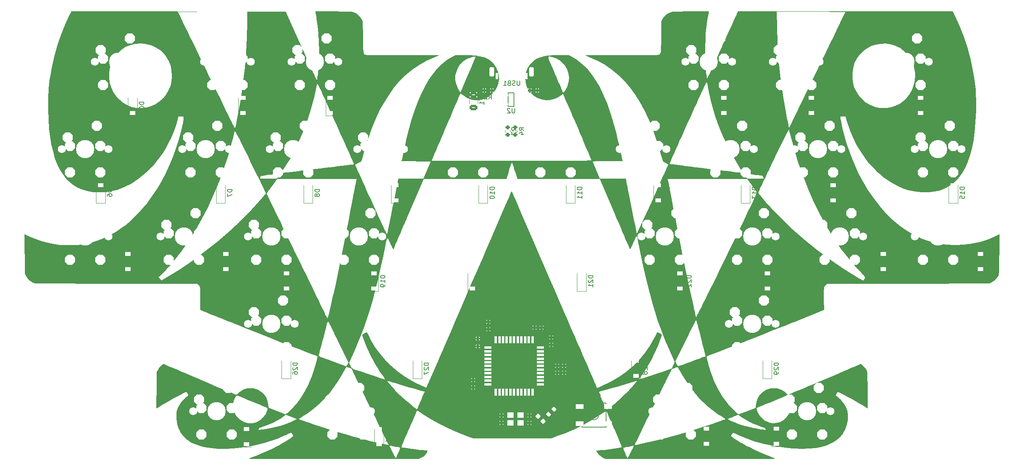
<source format=gbo>
G04 #@! TF.GenerationSoftware,KiCad,Pcbnew,(6.0.11-0)*
G04 #@! TF.CreationDate,2023-07-13T15:03:38+09:00*
G04 #@! TF.ProjectId,qfwfq,71667766-712e-46b6-9963-61645f706362,rev?*
G04 #@! TF.SameCoordinates,Original*
G04 #@! TF.FileFunction,Legend,Bot*
G04 #@! TF.FilePolarity,Positive*
%FSLAX46Y46*%
G04 Gerber Fmt 4.6, Leading zero omitted, Abs format (unit mm)*
G04 Created by KiCad (PCBNEW (6.0.11-0)) date 2023-07-13 15:03:38*
%MOMM*%
%LPD*%
G01*
G04 APERTURE LIST*
G04 Aperture macros list*
%AMRoundRect*
0 Rectangle with rounded corners*
0 $1 Rounding radius*
0 $2 $3 $4 $5 $6 $7 $8 $9 X,Y pos of 4 corners*
0 Add a 4 corners polygon primitive as box body*
4,1,4,$2,$3,$4,$5,$6,$7,$8,$9,$2,$3,0*
0 Add four circle primitives for the rounded corners*
1,1,$1+$1,$2,$3*
1,1,$1+$1,$4,$5*
1,1,$1+$1,$6,$7*
1,1,$1+$1,$8,$9*
0 Add four rect primitives between the rounded corners*
20,1,$1+$1,$2,$3,$4,$5,0*
20,1,$1+$1,$4,$5,$6,$7,0*
20,1,$1+$1,$6,$7,$8,$9,0*
20,1,$1+$1,$8,$9,$2,$3,0*%
%AMFreePoly0*
4,1,17,0.470280,1.085355,1.085355,0.470280,1.100000,0.434925,1.100000,-0.434925,1.085355,-0.470281,0.470280,-1.085355,0.434925,-1.100000,-0.434925,-1.100000,-0.470281,-1.085355,-1.085355,-0.470280,-1.100000,-0.434925,-1.100000,0.434925,-1.085355,0.470280,-0.470281,1.085355,-0.434925,1.100000,0.434925,1.100000,0.470280,1.085355,0.470280,1.085355,$1*%
%AMFreePoly1*
4,1,17,0.480635,1.110355,1.110356,0.480635,1.125000,0.445280,1.125000,-0.445280,1.110356,-0.480635,0.480635,-1.110355,0.445280,-1.125000,-0.445280,-1.125000,-0.480635,-1.110356,-1.110355,-0.480635,-1.125000,-0.445280,-1.125000,0.445280,-1.110355,0.480635,-0.480635,1.110356,-0.445280,1.125000,0.445280,1.125000,0.480635,1.110355,0.480635,1.110355,$1*%
%AMFreePoly2*
4,1,17,0.307538,0.785355,0.485355,0.607538,0.500000,0.572183,0.500000,-0.572183,0.485355,-0.607538,0.307538,-0.785355,0.272183,-0.800000,-0.272183,-0.800000,-0.307538,-0.785355,-0.485355,-0.607538,-0.500000,-0.572183,-0.500000,0.572183,-0.485355,0.607538,-0.307538,0.785355,-0.272183,0.800000,0.272183,0.800000,0.307538,0.785355,0.307538,0.785355,$1*%
%AMFreePoly3*
4,1,17,0.307538,1.035355,0.485355,0.857538,0.500000,0.822183,0.500000,-0.822183,0.485355,-0.857538,0.307538,-1.035355,0.272183,-1.050000,-0.272183,-1.050000,-0.307538,-1.035355,-0.485355,-0.857538,-0.500000,-0.822183,-0.500000,0.822183,-0.485355,0.857538,-0.307538,1.035355,-0.272183,1.050000,0.272183,1.050000,0.307538,1.035355,0.307538,1.035355,$1*%
G04 Aperture macros list end*
%ADD10C,0.150000*%
%ADD11C,0.300000*%
%ADD12C,0.120000*%
%ADD13C,1.750000*%
%ADD14C,3.987800*%
%ADD15FreePoly0,0.000000*%
%ADD16FreePoly1,0.000000*%
%ADD17C,0.650000*%
%ADD18R,0.600000X1.450000*%
%ADD19R,0.300000X1.450000*%
%ADD20FreePoly2,0.000000*%
%ADD21FreePoly3,0.000000*%
%ADD22R,1.500000X0.550000*%
%ADD23R,0.550000X1.500000*%
%ADD24RoundRect,0.200000X0.275000X-0.200000X0.275000X0.200000X-0.275000X0.200000X-0.275000X-0.200000X0*%
%ADD25RoundRect,0.200000X-0.275000X0.200000X-0.275000X-0.200000X0.275000X-0.200000X0.275000X0.200000X0*%
%ADD26RoundRect,0.200000X0.053033X-0.335876X0.335876X-0.053033X-0.053033X0.335876X-0.335876X0.053033X0*%
%ADD27R,0.700000X1.000000*%
%ADD28R,0.700000X0.600000*%
%ADD29R,1.800000X1.100000*%
%ADD30RoundRect,0.225000X-0.250000X0.225000X-0.250000X-0.225000X0.250000X-0.225000X0.250000X0.225000X0*%
%ADD31RoundRect,0.200000X0.200000X0.275000X-0.200000X0.275000X-0.200000X-0.275000X0.200000X-0.275000X0*%
%ADD32RoundRect,0.225000X0.250000X-0.225000X0.250000X0.225000X-0.250000X0.225000X-0.250000X-0.225000X0*%
%ADD33RoundRect,0.225000X-0.225000X-0.250000X0.225000X-0.250000X0.225000X0.250000X-0.225000X0.250000X0*%
%ADD34RoundRect,0.200000X-0.200000X-0.275000X0.200000X-0.275000X0.200000X0.275000X-0.200000X0.275000X0*%
%ADD35RoundRect,0.225000X-0.335876X-0.017678X-0.017678X-0.335876X0.335876X0.017678X0.017678X0.335876X0*%
%ADD36R,1.400000X1.200000*%
%ADD37RoundRect,0.250000X0.625000X-0.375000X0.625000X0.375000X-0.625000X0.375000X-0.625000X-0.375000X0*%
%ADD38R,1.200000X0.900000*%
G04 APERTURE END LIST*
D10*
X130325595Y-32719880D02*
X130325595Y-33529404D01*
X130277976Y-33624642D01*
X130230357Y-33672261D01*
X130135119Y-33719880D01*
X129944642Y-33719880D01*
X129849404Y-33672261D01*
X129801785Y-33624642D01*
X129754166Y-33529404D01*
X129754166Y-32719880D01*
X129325595Y-33672261D02*
X129182738Y-33719880D01*
X128944642Y-33719880D01*
X128849404Y-33672261D01*
X128801785Y-33624642D01*
X128754166Y-33529404D01*
X128754166Y-33434166D01*
X128801785Y-33338928D01*
X128849404Y-33291309D01*
X128944642Y-33243690D01*
X129135119Y-33196071D01*
X129230357Y-33148452D01*
X129277976Y-33100833D01*
X129325595Y-33005595D01*
X129325595Y-32910357D01*
X129277976Y-32815119D01*
X129230357Y-32767500D01*
X129135119Y-32719880D01*
X128897023Y-32719880D01*
X128754166Y-32767500D01*
X127992261Y-33196071D02*
X127849404Y-33243690D01*
X127801785Y-33291309D01*
X127754166Y-33386547D01*
X127754166Y-33529404D01*
X127801785Y-33624642D01*
X127849404Y-33672261D01*
X127944642Y-33719880D01*
X128325595Y-33719880D01*
X128325595Y-32719880D01*
X127992261Y-32719880D01*
X127897023Y-32767500D01*
X127849404Y-32815119D01*
X127801785Y-32910357D01*
X127801785Y-33005595D01*
X127849404Y-33100833D01*
X127897023Y-33148452D01*
X127992261Y-33196071D01*
X128325595Y-33196071D01*
X126801785Y-33719880D02*
X127373214Y-33719880D01*
X127087500Y-33719880D02*
X127087500Y-32719880D01*
X127182738Y-32862738D01*
X127277976Y-32957976D01*
X127373214Y-33005595D01*
X129861904Y-86902380D02*
X129861904Y-87711904D01*
X129814285Y-87807142D01*
X129766666Y-87854761D01*
X129671428Y-87902380D01*
X129480952Y-87902380D01*
X129385714Y-87854761D01*
X129338095Y-87807142D01*
X129290476Y-87711904D01*
X129290476Y-86902380D01*
X128290476Y-87902380D02*
X128861904Y-87902380D01*
X128576190Y-87902380D02*
X128576190Y-86902380D01*
X128671428Y-87045238D01*
X128766666Y-87140476D01*
X128861904Y-87188095D01*
X131218380Y-43517561D02*
X130742190Y-43184228D01*
X131218380Y-42946132D02*
X130218380Y-42946132D01*
X130218380Y-43327085D01*
X130266000Y-43422323D01*
X130313619Y-43469942D01*
X130408857Y-43517561D01*
X130551714Y-43517561D01*
X130646952Y-43469942D01*
X130694571Y-43422323D01*
X130742190Y-43327085D01*
X130742190Y-42946132D01*
X130551714Y-44374704D02*
X131218380Y-44374704D01*
X130170761Y-44136608D02*
X130885047Y-43898513D01*
X130885047Y-44517561D01*
X120202380Y-89603333D02*
X119726190Y-89270000D01*
X120202380Y-89031904D02*
X119202380Y-89031904D01*
X119202380Y-89412857D01*
X119250000Y-89508095D01*
X119297619Y-89555714D01*
X119392857Y-89603333D01*
X119535714Y-89603333D01*
X119630952Y-89555714D01*
X119678571Y-89508095D01*
X119726190Y-89412857D01*
X119726190Y-89031904D01*
X119202380Y-90508095D02*
X119202380Y-90031904D01*
X119678571Y-89984285D01*
X119630952Y-90031904D01*
X119583333Y-90127142D01*
X119583333Y-90365238D01*
X119630952Y-90460476D01*
X119678571Y-90508095D01*
X119773809Y-90555714D01*
X120011904Y-90555714D01*
X120107142Y-90508095D01*
X120154761Y-90460476D01*
X120202380Y-90365238D01*
X120202380Y-90127142D01*
X120154761Y-90031904D01*
X120107142Y-89984285D01*
X138648895Y-106113193D02*
X138547880Y-105540773D01*
X139052956Y-105709132D02*
X138345850Y-105002025D01*
X138076475Y-105271399D01*
X138042804Y-105372414D01*
X138042804Y-105439758D01*
X138076475Y-105540773D01*
X138177491Y-105641788D01*
X138278506Y-105675460D01*
X138345850Y-105675460D01*
X138446865Y-105641788D01*
X138716239Y-105372414D01*
X137335697Y-106012178D02*
X137470384Y-105877491D01*
X137571399Y-105843819D01*
X137638743Y-105843819D01*
X137807101Y-105877491D01*
X137975460Y-105978506D01*
X138244834Y-106247880D01*
X138278506Y-106348895D01*
X138278506Y-106416239D01*
X138244834Y-106517254D01*
X138110147Y-106651941D01*
X138009132Y-106685613D01*
X137941788Y-106685613D01*
X137840773Y-106651941D01*
X137672414Y-106483582D01*
X137638743Y-106382567D01*
X137638743Y-106315224D01*
X137672414Y-106214208D01*
X137807101Y-106079521D01*
X137908117Y-106045850D01*
X137975460Y-106045850D01*
X138076475Y-106079521D01*
X129221904Y-38736608D02*
X129221904Y-39546132D01*
X129174285Y-39641370D01*
X129126666Y-39688989D01*
X129031428Y-39736608D01*
X128840952Y-39736608D01*
X128745714Y-39688989D01*
X128698095Y-39641370D01*
X128650476Y-39546132D01*
X128650476Y-38736608D01*
X128221904Y-38831847D02*
X128174285Y-38784228D01*
X128079047Y-38736608D01*
X127840952Y-38736608D01*
X127745714Y-38784228D01*
X127698095Y-38831847D01*
X127650476Y-38927085D01*
X127650476Y-39022323D01*
X127698095Y-39165180D01*
X128269523Y-39736608D01*
X127650476Y-39736608D01*
X129567380Y-43517561D02*
X129091190Y-43184228D01*
X129567380Y-42946132D02*
X128567380Y-42946132D01*
X128567380Y-43327085D01*
X128615000Y-43422323D01*
X128662619Y-43469942D01*
X128757857Y-43517561D01*
X128900714Y-43517561D01*
X128995952Y-43469942D01*
X129043571Y-43422323D01*
X129091190Y-43327085D01*
X129091190Y-42946132D01*
X128567380Y-43850894D02*
X128567380Y-44469942D01*
X128948333Y-44136608D01*
X128948333Y-44279466D01*
X128995952Y-44374704D01*
X129043571Y-44422323D01*
X129138809Y-44469942D01*
X129376904Y-44469942D01*
X129472142Y-44422323D01*
X129519761Y-44374704D01*
X129567380Y-44279466D01*
X129567380Y-43993751D01*
X129519761Y-43898513D01*
X129472142Y-43850894D01*
X147833333Y-101965761D02*
X147690476Y-102013380D01*
X147452380Y-102013380D01*
X147357142Y-101965761D01*
X147309523Y-101918142D01*
X147261904Y-101822904D01*
X147261904Y-101727666D01*
X147309523Y-101632428D01*
X147357142Y-101584809D01*
X147452380Y-101537190D01*
X147642857Y-101489571D01*
X147738095Y-101441952D01*
X147785714Y-101394333D01*
X147833333Y-101299095D01*
X147833333Y-101203857D01*
X147785714Y-101108619D01*
X147738095Y-101061000D01*
X147642857Y-101013380D01*
X147404761Y-101013380D01*
X147261904Y-101061000D01*
X146928571Y-101013380D02*
X146690476Y-102013380D01*
X146500000Y-101299095D01*
X146309523Y-102013380D01*
X146071428Y-101013380D01*
X145166666Y-102013380D02*
X145738095Y-102013380D01*
X145452380Y-102013380D02*
X145452380Y-101013380D01*
X145547619Y-101156238D01*
X145642857Y-101251476D01*
X145738095Y-101299095D01*
X125312141Y-106330335D02*
X125359760Y-106282716D01*
X125407379Y-106139859D01*
X125407379Y-106044621D01*
X125359760Y-105901763D01*
X125264522Y-105806525D01*
X125169284Y-105758906D01*
X124978808Y-105711287D01*
X124835951Y-105711287D01*
X124645475Y-105758906D01*
X124550237Y-105806525D01*
X124454999Y-105901763D01*
X124407379Y-106044621D01*
X124407379Y-106139859D01*
X124454999Y-106282716D01*
X124502618Y-106330335D01*
X124835951Y-106901763D02*
X124788332Y-106806525D01*
X124740713Y-106758906D01*
X124645475Y-106711287D01*
X124597856Y-106711287D01*
X124502618Y-106758906D01*
X124454999Y-106806525D01*
X124407379Y-106901763D01*
X124407379Y-107092240D01*
X124454999Y-107187478D01*
X124502618Y-107235097D01*
X124597856Y-107282716D01*
X124645475Y-107282716D01*
X124740713Y-107235097D01*
X124788332Y-107187478D01*
X124835951Y-107092240D01*
X124835951Y-106901763D01*
X124883570Y-106806525D01*
X124931189Y-106758906D01*
X125026427Y-106711287D01*
X125216903Y-106711287D01*
X125312141Y-106758906D01*
X125359760Y-106806525D01*
X125407379Y-106901763D01*
X125407379Y-107092240D01*
X125359760Y-107187478D01*
X125312141Y-107235097D01*
X125216903Y-107282716D01*
X125026427Y-107282716D01*
X124931189Y-107235097D01*
X124883570Y-107187478D01*
X124835951Y-107092240D01*
X133502666Y-33864108D02*
X133836000Y-33387918D01*
X134074095Y-33864108D02*
X134074095Y-32864108D01*
X133693142Y-32864108D01*
X133597904Y-32911728D01*
X133550285Y-32959347D01*
X133502666Y-33054585D01*
X133502666Y-33197442D01*
X133550285Y-33292680D01*
X133597904Y-33340299D01*
X133693142Y-33387918D01*
X134074095Y-33387918D01*
X132550285Y-33864108D02*
X133121714Y-33864108D01*
X132836000Y-33864108D02*
X132836000Y-32864108D01*
X132931238Y-33006966D01*
X133026476Y-33102204D01*
X133121714Y-33149823D01*
X138987142Y-89333333D02*
X139034761Y-89285714D01*
X139082380Y-89142857D01*
X139082380Y-89047619D01*
X139034761Y-88904761D01*
X138939523Y-88809523D01*
X138844285Y-88761904D01*
X138653809Y-88714285D01*
X138510952Y-88714285D01*
X138320476Y-88761904D01*
X138225238Y-88809523D01*
X138130000Y-88904761D01*
X138082380Y-89047619D01*
X138082380Y-89142857D01*
X138130000Y-89285714D01*
X138177619Y-89333333D01*
X138082380Y-90238095D02*
X138082380Y-89761904D01*
X138558571Y-89714285D01*
X138510952Y-89761904D01*
X138463333Y-89857142D01*
X138463333Y-90095238D01*
X138510952Y-90190476D01*
X138558571Y-90238095D01*
X138653809Y-90285714D01*
X138891904Y-90285714D01*
X138987142Y-90238095D01*
X139034761Y-90190476D01*
X139082380Y-90095238D01*
X139082380Y-89857142D01*
X139034761Y-89761904D01*
X138987142Y-89714285D01*
X139416666Y-96687142D02*
X139464285Y-96734761D01*
X139607142Y-96782380D01*
X139702380Y-96782380D01*
X139845238Y-96734761D01*
X139940476Y-96639523D01*
X139988095Y-96544285D01*
X140035714Y-96353809D01*
X140035714Y-96210952D01*
X139988095Y-96020476D01*
X139940476Y-95925238D01*
X139845238Y-95830000D01*
X139702380Y-95782380D01*
X139607142Y-95782380D01*
X139464285Y-95830000D01*
X139416666Y-95877619D01*
X139083333Y-95782380D02*
X138416666Y-95782380D01*
X138845238Y-96782380D01*
X123596666Y-36724108D02*
X123930000Y-36247918D01*
X124168095Y-36724108D02*
X124168095Y-35724108D01*
X123787142Y-35724108D01*
X123691904Y-35771728D01*
X123644285Y-35819347D01*
X123596666Y-35914585D01*
X123596666Y-36057442D01*
X123644285Y-36152680D01*
X123691904Y-36200299D01*
X123787142Y-36247918D01*
X124168095Y-36247918D01*
X123215714Y-35819347D02*
X123168095Y-35771728D01*
X123072857Y-35724108D01*
X122834761Y-35724108D01*
X122739523Y-35771728D01*
X122691904Y-35819347D01*
X122644285Y-35914585D01*
X122644285Y-36009823D01*
X122691904Y-36152680D01*
X123263333Y-36724108D01*
X122644285Y-36724108D01*
X133963524Y-107070773D02*
X133963524Y-107003430D01*
X133896180Y-106868743D01*
X133828837Y-106801399D01*
X133694149Y-106734056D01*
X133559462Y-106734056D01*
X133458447Y-106767727D01*
X133290088Y-106868743D01*
X133189073Y-106969758D01*
X133088058Y-107138117D01*
X133054386Y-107239132D01*
X133054386Y-107373819D01*
X133121730Y-107508506D01*
X133189073Y-107575850D01*
X133323760Y-107643193D01*
X133391104Y-107643193D01*
X134165554Y-108080926D02*
X134636959Y-107609521D01*
X133727821Y-108181941D02*
X134064539Y-107508506D01*
X134502272Y-107946239D01*
X134268142Y-106330334D02*
X134315761Y-106282715D01*
X134363380Y-106139858D01*
X134363380Y-106044620D01*
X134315761Y-105901762D01*
X134220523Y-105806524D01*
X134125285Y-105758905D01*
X133934809Y-105711286D01*
X133791952Y-105711286D01*
X133601476Y-105758905D01*
X133506238Y-105806524D01*
X133411000Y-105901762D01*
X133363380Y-106044620D01*
X133363380Y-106139858D01*
X133411000Y-106282715D01*
X133458619Y-106330334D01*
X134363380Y-106806524D02*
X134363380Y-106997001D01*
X134315761Y-107092239D01*
X134268142Y-107139858D01*
X134125285Y-107235096D01*
X133934809Y-107282715D01*
X133553857Y-107282715D01*
X133458619Y-107235096D01*
X133411000Y-107187477D01*
X133363380Y-107092239D01*
X133363380Y-106901762D01*
X133411000Y-106806524D01*
X133458619Y-106758905D01*
X133553857Y-106711286D01*
X133791952Y-106711286D01*
X133887190Y-106758905D01*
X133934809Y-106806524D01*
X133982428Y-106901762D01*
X133982428Y-107092239D01*
X133934809Y-107187477D01*
X133887190Y-107235096D01*
X133791952Y-107282715D01*
X134492916Y-88327142D02*
X134540535Y-88374761D01*
X134683392Y-88422380D01*
X134778630Y-88422380D01*
X134921488Y-88374761D01*
X135016726Y-88279523D01*
X135064345Y-88184285D01*
X135111964Y-87993809D01*
X135111964Y-87850952D01*
X135064345Y-87660476D01*
X135016726Y-87565238D01*
X134921488Y-87470000D01*
X134778630Y-87422380D01*
X134683392Y-87422380D01*
X134540535Y-87470000D01*
X134492916Y-87517619D01*
X133635773Y-87422380D02*
X133826250Y-87422380D01*
X133921488Y-87470000D01*
X133969107Y-87517619D01*
X134064345Y-87660476D01*
X134111964Y-87850952D01*
X134111964Y-88231904D01*
X134064345Y-88327142D01*
X134016726Y-88374761D01*
X133921488Y-88422380D01*
X133731011Y-88422380D01*
X133635773Y-88374761D01*
X133588154Y-88327142D01*
X133540535Y-88231904D01*
X133540535Y-87993809D01*
X133588154Y-87898571D01*
X133635773Y-87850952D01*
X133731011Y-87803333D01*
X133921488Y-87803333D01*
X134016726Y-87850952D01*
X134064345Y-87898571D01*
X134111964Y-87993809D01*
X139416666Y-98187142D02*
X139464285Y-98234761D01*
X139607142Y-98282380D01*
X139702380Y-98282380D01*
X139845238Y-98234761D01*
X139940476Y-98139523D01*
X139988095Y-98044285D01*
X140035714Y-97853809D01*
X140035714Y-97710952D01*
X139988095Y-97520476D01*
X139940476Y-97425238D01*
X139845238Y-97330000D01*
X139702380Y-97282380D01*
X139607142Y-97282380D01*
X139464285Y-97330000D01*
X139416666Y-97377619D01*
X139035714Y-97377619D02*
X138988095Y-97330000D01*
X138892857Y-97282380D01*
X138654761Y-97282380D01*
X138559523Y-97330000D01*
X138511904Y-97377619D01*
X138464285Y-97472857D01*
X138464285Y-97568095D01*
X138511904Y-97710952D01*
X139083333Y-98282380D01*
X138464285Y-98282380D01*
X119069142Y-98639333D02*
X119116761Y-98591714D01*
X119164380Y-98448857D01*
X119164380Y-98353619D01*
X119116761Y-98210761D01*
X119021523Y-98115523D01*
X118926285Y-98067904D01*
X118735809Y-98020285D01*
X118592952Y-98020285D01*
X118402476Y-98067904D01*
X118307238Y-98115523D01*
X118212000Y-98210761D01*
X118164380Y-98353619D01*
X118164380Y-98448857D01*
X118212000Y-98591714D01*
X118259619Y-98639333D01*
X118164380Y-98972666D02*
X118164380Y-99591714D01*
X118545333Y-99258380D01*
X118545333Y-99401238D01*
X118592952Y-99496476D01*
X118640571Y-99544095D01*
X118735809Y-99591714D01*
X118973904Y-99591714D01*
X119069142Y-99544095D01*
X119116761Y-99496476D01*
X119164380Y-99401238D01*
X119164380Y-99115523D01*
X119116761Y-99020285D01*
X119069142Y-98972666D01*
X125231142Y-85939333D02*
X125278761Y-85891714D01*
X125326380Y-85748857D01*
X125326380Y-85653619D01*
X125278761Y-85510761D01*
X125183523Y-85415523D01*
X125088285Y-85367904D01*
X124897809Y-85320285D01*
X124754952Y-85320285D01*
X124564476Y-85367904D01*
X124469238Y-85415523D01*
X124374000Y-85510761D01*
X124326380Y-85653619D01*
X124326380Y-85748857D01*
X124374000Y-85891714D01*
X124421619Y-85939333D01*
X125326380Y-86891714D02*
X125326380Y-86320285D01*
X125326380Y-86606000D02*
X124326380Y-86606000D01*
X124469238Y-86510761D01*
X124564476Y-86415523D01*
X124612095Y-86320285D01*
X129909190Y-108923190D02*
X129909190Y-109399380D01*
X130242523Y-108399380D02*
X129909190Y-108923190D01*
X129575857Y-108399380D01*
X128718714Y-109399380D02*
X129290142Y-109399380D01*
X129004428Y-109399380D02*
X129004428Y-108399380D01*
X129099666Y-108542238D01*
X129194904Y-108637476D01*
X129290142Y-108685095D01*
X122028571Y-36806666D02*
X122028571Y-36473333D01*
X122552380Y-36473333D02*
X121552380Y-36473333D01*
X121552380Y-36949523D01*
X122552380Y-37854285D02*
X122552380Y-37282857D01*
X122552380Y-37568571D02*
X121552380Y-37568571D01*
X121695238Y-37473333D01*
X121790476Y-37378095D01*
X121838095Y-37282857D01*
X186752380Y-75185714D02*
X185752380Y-75185714D01*
X185752380Y-75423809D01*
X185800000Y-75566666D01*
X185895238Y-75661904D01*
X185990476Y-75709523D01*
X186180952Y-75757142D01*
X186323809Y-75757142D01*
X186514285Y-75709523D01*
X186609523Y-75661904D01*
X186704761Y-75566666D01*
X186752380Y-75423809D01*
X186752380Y-75185714D01*
X185847619Y-76138095D02*
X185800000Y-76185714D01*
X185752380Y-76280952D01*
X185752380Y-76519047D01*
X185800000Y-76614285D01*
X185847619Y-76661904D01*
X185942857Y-76709523D01*
X186038095Y-76709523D01*
X186180952Y-76661904D01*
X186752380Y-76090476D01*
X186752380Y-76709523D01*
X185752380Y-77042857D02*
X185752380Y-77661904D01*
X186133333Y-77328571D01*
X186133333Y-77471428D01*
X186180952Y-77566666D01*
X186228571Y-77614285D01*
X186323809Y-77661904D01*
X186561904Y-77661904D01*
X186657142Y-77614285D01*
X186704761Y-77566666D01*
X186752380Y-77471428D01*
X186752380Y-77185714D01*
X186704761Y-77090476D01*
X186657142Y-77042857D01*
X122433630Y-75185714D02*
X121433630Y-75185714D01*
X121433630Y-75423809D01*
X121481250Y-75566666D01*
X121576488Y-75661904D01*
X121671726Y-75709523D01*
X121862202Y-75757142D01*
X122005059Y-75757142D01*
X122195535Y-75709523D01*
X122290773Y-75661904D01*
X122386011Y-75566666D01*
X122433630Y-75423809D01*
X122433630Y-75185714D01*
X121528869Y-76138095D02*
X121481250Y-76185714D01*
X121433630Y-76280952D01*
X121433630Y-76519047D01*
X121481250Y-76614285D01*
X121528869Y-76661904D01*
X121624107Y-76709523D01*
X121719345Y-76709523D01*
X121862202Y-76661904D01*
X122433630Y-76090476D01*
X122433630Y-76709523D01*
X121433630Y-77328571D02*
X121433630Y-77423809D01*
X121481250Y-77519047D01*
X121528869Y-77566666D01*
X121624107Y-77614285D01*
X121814583Y-77661904D01*
X122052678Y-77661904D01*
X122243154Y-77614285D01*
X122338392Y-77566666D01*
X122386011Y-77519047D01*
X122433630Y-77423809D01*
X122433630Y-77328571D01*
X122386011Y-77233333D01*
X122338392Y-77185714D01*
X122243154Y-77138095D01*
X122052678Y-77090476D01*
X121814583Y-77090476D01*
X121624107Y-77138095D01*
X121528869Y-77185714D01*
X121481250Y-77233333D01*
X121433630Y-77328571D01*
D11*
X130012571Y-65688000D02*
X130157714Y-65615428D01*
X130375428Y-65615428D01*
X130593142Y-65688000D01*
X130738285Y-65833142D01*
X130810857Y-65978285D01*
X130883428Y-66268571D01*
X130883428Y-66486285D01*
X130810857Y-66776571D01*
X130738285Y-66921714D01*
X130593142Y-67066857D01*
X130375428Y-67139428D01*
X130230285Y-67139428D01*
X130012571Y-67066857D01*
X129940000Y-66994285D01*
X129940000Y-66486285D01*
X130230285Y-66486285D01*
X129069142Y-65615428D02*
X129069142Y-65978285D01*
X129432000Y-65833142D02*
X129069142Y-65978285D01*
X128706285Y-65833142D01*
X129286857Y-66268571D02*
X129069142Y-65978285D01*
X128851428Y-66268571D01*
X127908000Y-65615428D02*
X127908000Y-65978285D01*
X128270857Y-65833142D02*
X127908000Y-65978285D01*
X127545142Y-65833142D01*
X128125714Y-66268571D02*
X127908000Y-65978285D01*
X127690285Y-66268571D01*
X126746857Y-65615428D02*
X126746857Y-65978285D01*
X127109714Y-65833142D02*
X126746857Y-65978285D01*
X126384000Y-65833142D01*
X126964571Y-66268571D02*
X126746857Y-65978285D01*
X126529142Y-66268571D01*
D10*
X110477380Y-94235714D02*
X109477380Y-94235714D01*
X109477380Y-94473809D01*
X109525000Y-94616666D01*
X109620238Y-94711904D01*
X109715476Y-94759523D01*
X109905952Y-94807142D01*
X110048809Y-94807142D01*
X110239285Y-94759523D01*
X110334523Y-94711904D01*
X110429761Y-94616666D01*
X110477380Y-94473809D01*
X110477380Y-94235714D01*
X109572619Y-95188095D02*
X109525000Y-95235714D01*
X109477380Y-95330952D01*
X109477380Y-95569047D01*
X109525000Y-95664285D01*
X109572619Y-95711904D01*
X109667857Y-95759523D01*
X109763095Y-95759523D01*
X109905952Y-95711904D01*
X110477380Y-95140476D01*
X110477380Y-95759523D01*
X109477380Y-96092857D02*
X109477380Y-96759523D01*
X110477380Y-96330952D01*
X167702380Y-75185714D02*
X166702380Y-75185714D01*
X166702380Y-75423809D01*
X166750000Y-75566666D01*
X166845238Y-75661904D01*
X166940476Y-75709523D01*
X167130952Y-75757142D01*
X167273809Y-75757142D01*
X167464285Y-75709523D01*
X167559523Y-75661904D01*
X167654761Y-75566666D01*
X167702380Y-75423809D01*
X167702380Y-75185714D01*
X166797619Y-76138095D02*
X166750000Y-76185714D01*
X166702380Y-76280952D01*
X166702380Y-76519047D01*
X166750000Y-76614285D01*
X166797619Y-76661904D01*
X166892857Y-76709523D01*
X166988095Y-76709523D01*
X167130952Y-76661904D01*
X167702380Y-76090476D01*
X167702380Y-76709523D01*
X166797619Y-77090476D02*
X166750000Y-77138095D01*
X166702380Y-77233333D01*
X166702380Y-77471428D01*
X166750000Y-77566666D01*
X166797619Y-77614285D01*
X166892857Y-77661904D01*
X166988095Y-77661904D01*
X167130952Y-77614285D01*
X167702380Y-77042857D01*
X167702380Y-77661904D01*
X105752380Y-56411904D02*
X104752380Y-56411904D01*
X104752380Y-56650000D01*
X104800000Y-56792857D01*
X104895238Y-56888095D01*
X104990476Y-56935714D01*
X105180952Y-56983333D01*
X105323809Y-56983333D01*
X105514285Y-56935714D01*
X105609523Y-56888095D01*
X105704761Y-56792857D01*
X105752380Y-56650000D01*
X105752380Y-56411904D01*
X105752380Y-57459523D02*
X105752380Y-57650000D01*
X105704761Y-57745238D01*
X105657142Y-57792857D01*
X105514285Y-57888095D01*
X105323809Y-57935714D01*
X104942857Y-57935714D01*
X104847619Y-57888095D01*
X104800000Y-57840476D01*
X104752380Y-57745238D01*
X104752380Y-57554761D01*
X104800000Y-57459523D01*
X104847619Y-57411904D01*
X104942857Y-57364285D01*
X105180952Y-57364285D01*
X105276190Y-57411904D01*
X105323809Y-57459523D01*
X105371428Y-57554761D01*
X105371428Y-57745238D01*
X105323809Y-57840476D01*
X105276190Y-57888095D01*
X105180952Y-57935714D01*
X124802380Y-55935714D02*
X123802380Y-55935714D01*
X123802380Y-56173809D01*
X123850000Y-56316666D01*
X123945238Y-56411904D01*
X124040476Y-56459523D01*
X124230952Y-56507142D01*
X124373809Y-56507142D01*
X124564285Y-56459523D01*
X124659523Y-56411904D01*
X124754761Y-56316666D01*
X124802380Y-56173809D01*
X124802380Y-55935714D01*
X124802380Y-57459523D02*
X124802380Y-56888095D01*
X124802380Y-57173809D02*
X123802380Y-57173809D01*
X123945238Y-57078571D01*
X124040476Y-56983333D01*
X124088095Y-56888095D01*
X123802380Y-58078571D02*
X123802380Y-58173809D01*
X123850000Y-58269047D01*
X123897619Y-58316666D01*
X123992857Y-58364285D01*
X124183333Y-58411904D01*
X124421428Y-58411904D01*
X124611904Y-58364285D01*
X124707142Y-58316666D01*
X124754761Y-58269047D01*
X124802380Y-58173809D01*
X124802380Y-58078571D01*
X124754761Y-57983333D01*
X124707142Y-57935714D01*
X124611904Y-57888095D01*
X124421428Y-57840476D01*
X124183333Y-57840476D01*
X123992857Y-57888095D01*
X123897619Y-57935714D01*
X123850000Y-57983333D01*
X123802380Y-58078571D01*
X41502380Y-56411904D02*
X40502380Y-56411904D01*
X40502380Y-56650000D01*
X40550000Y-56792857D01*
X40645238Y-56888095D01*
X40740476Y-56935714D01*
X40930952Y-56983333D01*
X41073809Y-56983333D01*
X41264285Y-56935714D01*
X41359523Y-56888095D01*
X41454761Y-56792857D01*
X41502380Y-56650000D01*
X41502380Y-56411904D01*
X40502380Y-57840476D02*
X40502380Y-57650000D01*
X40550000Y-57554761D01*
X40597619Y-57507142D01*
X40740476Y-57411904D01*
X40930952Y-57364285D01*
X41311904Y-57364285D01*
X41407142Y-57411904D01*
X41454761Y-57459523D01*
X41502380Y-57554761D01*
X41502380Y-57745238D01*
X41454761Y-57840476D01*
X41407142Y-57888095D01*
X41311904Y-57935714D01*
X41073809Y-57935714D01*
X40978571Y-57888095D01*
X40930952Y-57840476D01*
X40883333Y-57745238D01*
X40883333Y-57554761D01*
X40930952Y-57459523D01*
X40978571Y-57411904D01*
X41073809Y-57364285D01*
X211992380Y-70915714D02*
X210992380Y-70915714D01*
X210992380Y-71153809D01*
X211040000Y-71296666D01*
X211135238Y-71391904D01*
X211230476Y-71439523D01*
X211420952Y-71487142D01*
X211563809Y-71487142D01*
X211754285Y-71439523D01*
X211849523Y-71391904D01*
X211944761Y-71296666D01*
X211992380Y-71153809D01*
X211992380Y-70915714D01*
X211087619Y-71868095D02*
X211040000Y-71915714D01*
X210992380Y-72010952D01*
X210992380Y-72249047D01*
X211040000Y-72344285D01*
X211087619Y-72391904D01*
X211182857Y-72439523D01*
X211278095Y-72439523D01*
X211420952Y-72391904D01*
X211992380Y-71820476D01*
X211992380Y-72439523D01*
X211325714Y-73296666D02*
X211992380Y-73296666D01*
X210944761Y-73058571D02*
X211659047Y-72820476D01*
X211659047Y-73439523D01*
X86702380Y-56411904D02*
X85702380Y-56411904D01*
X85702380Y-56650000D01*
X85750000Y-56792857D01*
X85845238Y-56888095D01*
X85940476Y-56935714D01*
X86130952Y-56983333D01*
X86273809Y-56983333D01*
X86464285Y-56935714D01*
X86559523Y-56888095D01*
X86654761Y-56792857D01*
X86702380Y-56650000D01*
X86702380Y-56411904D01*
X86130952Y-57554761D02*
X86083333Y-57459523D01*
X86035714Y-57411904D01*
X85940476Y-57364285D01*
X85892857Y-57364285D01*
X85797619Y-57411904D01*
X85750000Y-57459523D01*
X85702380Y-57554761D01*
X85702380Y-57745238D01*
X85750000Y-57840476D01*
X85797619Y-57888095D01*
X85892857Y-57935714D01*
X85940476Y-57935714D01*
X86035714Y-57888095D01*
X86083333Y-57840476D01*
X86130952Y-57745238D01*
X86130952Y-57554761D01*
X86178571Y-57459523D01*
X86226190Y-57411904D01*
X86321428Y-57364285D01*
X86511904Y-57364285D01*
X86607142Y-57411904D01*
X86654761Y-57459523D01*
X86702380Y-57554761D01*
X86702380Y-57745238D01*
X86654761Y-57840476D01*
X86607142Y-57888095D01*
X86511904Y-57935714D01*
X86321428Y-57935714D01*
X86226190Y-57888095D01*
X86178571Y-57840476D01*
X86130952Y-57745238D01*
X67652380Y-56411904D02*
X66652380Y-56411904D01*
X66652380Y-56650000D01*
X66700000Y-56792857D01*
X66795238Y-56888095D01*
X66890476Y-56935714D01*
X67080952Y-56983333D01*
X67223809Y-56983333D01*
X67414285Y-56935714D01*
X67509523Y-56888095D01*
X67604761Y-56792857D01*
X67652380Y-56650000D01*
X67652380Y-56411904D01*
X66652380Y-57316666D02*
X66652380Y-57983333D01*
X67652380Y-57554761D01*
X196289880Y-37361904D02*
X195289880Y-37361904D01*
X195289880Y-37600000D01*
X195337500Y-37742857D01*
X195432738Y-37838095D01*
X195527976Y-37885714D01*
X195718452Y-37933333D01*
X195861309Y-37933333D01*
X196051785Y-37885714D01*
X196147023Y-37838095D01*
X196242261Y-37742857D01*
X196289880Y-37600000D01*
X196289880Y-37361904D01*
X195623214Y-38790476D02*
X196289880Y-38790476D01*
X195242261Y-38552380D02*
X195956547Y-38314285D01*
X195956547Y-38933333D01*
X162902380Y-55935714D02*
X161902380Y-55935714D01*
X161902380Y-56173809D01*
X161950000Y-56316666D01*
X162045238Y-56411904D01*
X162140476Y-56459523D01*
X162330952Y-56507142D01*
X162473809Y-56507142D01*
X162664285Y-56459523D01*
X162759523Y-56411904D01*
X162854761Y-56316666D01*
X162902380Y-56173809D01*
X162902380Y-55935714D01*
X162902380Y-57459523D02*
X162902380Y-56888095D01*
X162902380Y-57173809D02*
X161902380Y-57173809D01*
X162045238Y-57078571D01*
X162140476Y-56983333D01*
X162188095Y-56888095D01*
X161997619Y-57840476D02*
X161950000Y-57888095D01*
X161902380Y-57983333D01*
X161902380Y-58221428D01*
X161950000Y-58316666D01*
X161997619Y-58364285D01*
X162092857Y-58411904D01*
X162188095Y-58411904D01*
X162330952Y-58364285D01*
X162902380Y-57792857D01*
X162902380Y-58411904D01*
X186677380Y-94235714D02*
X185677380Y-94235714D01*
X185677380Y-94473809D01*
X185725000Y-94616666D01*
X185820238Y-94711904D01*
X185915476Y-94759523D01*
X186105952Y-94807142D01*
X186248809Y-94807142D01*
X186439285Y-94759523D01*
X186534523Y-94711904D01*
X186629761Y-94616666D01*
X186677380Y-94473809D01*
X186677380Y-94235714D01*
X185772619Y-95188095D02*
X185725000Y-95235714D01*
X185677380Y-95330952D01*
X185677380Y-95569047D01*
X185725000Y-95664285D01*
X185772619Y-95711904D01*
X185867857Y-95759523D01*
X185963095Y-95759523D01*
X186105952Y-95711904D01*
X186677380Y-95140476D01*
X186677380Y-95759523D01*
X186677380Y-96235714D02*
X186677380Y-96426190D01*
X186629761Y-96521428D01*
X186582142Y-96569047D01*
X186439285Y-96664285D01*
X186248809Y-96711904D01*
X185867857Y-96711904D01*
X185772619Y-96664285D01*
X185725000Y-96616666D01*
X185677380Y-96521428D01*
X185677380Y-96330952D01*
X185725000Y-96235714D01*
X185772619Y-96188095D01*
X185867857Y-96140476D01*
X186105952Y-96140476D01*
X186201190Y-96188095D01*
X186248809Y-96235714D01*
X186296428Y-96330952D01*
X186296428Y-96521428D01*
X186248809Y-96616666D01*
X186201190Y-96664285D01*
X186105952Y-96711904D01*
X177239880Y-37361904D02*
X176239880Y-37361904D01*
X176239880Y-37600000D01*
X176287500Y-37742857D01*
X176382738Y-37838095D01*
X176477976Y-37885714D01*
X176668452Y-37933333D01*
X176811309Y-37933333D01*
X177001785Y-37885714D01*
X177097023Y-37838095D01*
X177192261Y-37742857D01*
X177239880Y-37600000D01*
X177239880Y-37361904D01*
X176239880Y-38266666D02*
X176239880Y-38885714D01*
X176620833Y-38552380D01*
X176620833Y-38695238D01*
X176668452Y-38790476D01*
X176716071Y-38838095D01*
X176811309Y-38885714D01*
X177049404Y-38885714D01*
X177144642Y-38838095D01*
X177192261Y-38790476D01*
X177239880Y-38695238D01*
X177239880Y-38409523D01*
X177192261Y-38314285D01*
X177144642Y-38266666D01*
X47410380Y-70921714D02*
X46410380Y-70921714D01*
X46410380Y-71159809D01*
X46458000Y-71302666D01*
X46553238Y-71397904D01*
X46648476Y-71445523D01*
X46838952Y-71493142D01*
X46981809Y-71493142D01*
X47172285Y-71445523D01*
X47267523Y-71397904D01*
X47362761Y-71302666D01*
X47410380Y-71159809D01*
X47410380Y-70921714D01*
X47410380Y-72445523D02*
X47410380Y-71874095D01*
X47410380Y-72159809D02*
X46410380Y-72159809D01*
X46553238Y-72064571D01*
X46648476Y-71969333D01*
X46696095Y-71874095D01*
X46410380Y-73302666D02*
X46410380Y-73112190D01*
X46458000Y-73016952D01*
X46505619Y-72969333D01*
X46648476Y-72874095D01*
X46838952Y-72826476D01*
X47219904Y-72826476D01*
X47315142Y-72874095D01*
X47362761Y-72921714D01*
X47410380Y-73016952D01*
X47410380Y-73207428D01*
X47362761Y-73302666D01*
X47315142Y-73350285D01*
X47219904Y-73397904D01*
X46981809Y-73397904D01*
X46886571Y-73350285D01*
X46838952Y-73302666D01*
X46791333Y-73207428D01*
X46791333Y-73016952D01*
X46838952Y-72921714D01*
X46886571Y-72874095D01*
X46981809Y-72826476D01*
X158102380Y-94235714D02*
X157102380Y-94235714D01*
X157102380Y-94473809D01*
X157150000Y-94616666D01*
X157245238Y-94711904D01*
X157340476Y-94759523D01*
X157530952Y-94807142D01*
X157673809Y-94807142D01*
X157864285Y-94759523D01*
X157959523Y-94711904D01*
X158054761Y-94616666D01*
X158102380Y-94473809D01*
X158102380Y-94235714D01*
X157197619Y-95188095D02*
X157150000Y-95235714D01*
X157102380Y-95330952D01*
X157102380Y-95569047D01*
X157150000Y-95664285D01*
X157197619Y-95711904D01*
X157292857Y-95759523D01*
X157388095Y-95759523D01*
X157530952Y-95711904D01*
X158102380Y-95140476D01*
X158102380Y-95759523D01*
X157530952Y-96330952D02*
X157483333Y-96235714D01*
X157435714Y-96188095D01*
X157340476Y-96140476D01*
X157292857Y-96140476D01*
X157197619Y-96188095D01*
X157150000Y-96235714D01*
X157102380Y-96330952D01*
X157102380Y-96521428D01*
X157150000Y-96616666D01*
X157197619Y-96664285D01*
X157292857Y-96711904D01*
X157340476Y-96711904D01*
X157435714Y-96664285D01*
X157483333Y-96616666D01*
X157530952Y-96521428D01*
X157530952Y-96330952D01*
X157578571Y-96235714D01*
X157626190Y-96188095D01*
X157721428Y-96140476D01*
X157911904Y-96140476D01*
X158007142Y-96188095D01*
X158054761Y-96235714D01*
X158102380Y-96330952D01*
X158102380Y-96521428D01*
X158054761Y-96616666D01*
X158007142Y-96664285D01*
X157911904Y-96711904D01*
X157721428Y-96711904D01*
X157626190Y-96664285D01*
X157578571Y-96616666D01*
X157530952Y-96521428D01*
X181952380Y-55935714D02*
X180952380Y-55935714D01*
X180952380Y-56173809D01*
X181000000Y-56316666D01*
X181095238Y-56411904D01*
X181190476Y-56459523D01*
X181380952Y-56507142D01*
X181523809Y-56507142D01*
X181714285Y-56459523D01*
X181809523Y-56411904D01*
X181904761Y-56316666D01*
X181952380Y-56173809D01*
X181952380Y-55935714D01*
X181952380Y-57459523D02*
X181952380Y-56888095D01*
X181952380Y-57173809D02*
X180952380Y-57173809D01*
X181095238Y-57078571D01*
X181190476Y-56983333D01*
X181238095Y-56888095D01*
X180952380Y-57792857D02*
X180952380Y-58411904D01*
X181333333Y-58078571D01*
X181333333Y-58221428D01*
X181380952Y-58316666D01*
X181428571Y-58364285D01*
X181523809Y-58411904D01*
X181761904Y-58411904D01*
X181857142Y-58364285D01*
X181904761Y-58316666D01*
X181952380Y-58221428D01*
X181952380Y-57935714D01*
X181904761Y-57840476D01*
X181857142Y-57792857D01*
X201002380Y-55935714D02*
X200002380Y-55935714D01*
X200002380Y-56173809D01*
X200050000Y-56316666D01*
X200145238Y-56411904D01*
X200240476Y-56459523D01*
X200430952Y-56507142D01*
X200573809Y-56507142D01*
X200764285Y-56459523D01*
X200859523Y-56411904D01*
X200954761Y-56316666D01*
X201002380Y-56173809D01*
X201002380Y-55935714D01*
X201002380Y-57459523D02*
X201002380Y-56888095D01*
X201002380Y-57173809D02*
X200002380Y-57173809D01*
X200145238Y-57078571D01*
X200240476Y-56983333D01*
X200288095Y-56888095D01*
X200335714Y-58316666D02*
X201002380Y-58316666D01*
X199954761Y-58078571D02*
X200669047Y-57840476D01*
X200669047Y-58459523D01*
X72502380Y-37361904D02*
X71502380Y-37361904D01*
X71502380Y-37600000D01*
X71550000Y-37742857D01*
X71645238Y-37838095D01*
X71740476Y-37885714D01*
X71930952Y-37933333D01*
X72073809Y-37933333D01*
X72264285Y-37885714D01*
X72359523Y-37838095D01*
X72454761Y-37742857D01*
X72502380Y-37600000D01*
X72502380Y-37361904D01*
X72502380Y-38885714D02*
X72502380Y-38314285D01*
X72502380Y-38600000D02*
X71502380Y-38600000D01*
X71645238Y-38504761D01*
X71740476Y-38409523D01*
X71788095Y-38314285D01*
X81902380Y-94235714D02*
X80902380Y-94235714D01*
X80902380Y-94473809D01*
X80950000Y-94616666D01*
X81045238Y-94711904D01*
X81140476Y-94759523D01*
X81330952Y-94807142D01*
X81473809Y-94807142D01*
X81664285Y-94759523D01*
X81759523Y-94711904D01*
X81854761Y-94616666D01*
X81902380Y-94473809D01*
X81902380Y-94235714D01*
X80997619Y-95188095D02*
X80950000Y-95235714D01*
X80902380Y-95330952D01*
X80902380Y-95569047D01*
X80950000Y-95664285D01*
X80997619Y-95711904D01*
X81092857Y-95759523D01*
X81188095Y-95759523D01*
X81330952Y-95711904D01*
X81902380Y-95140476D01*
X81902380Y-95759523D01*
X80902380Y-96616666D02*
X80902380Y-96426190D01*
X80950000Y-96330952D01*
X80997619Y-96283333D01*
X81140476Y-96188095D01*
X81330952Y-96140476D01*
X81711904Y-96140476D01*
X81807142Y-96188095D01*
X81854761Y-96235714D01*
X81902380Y-96330952D01*
X81902380Y-96521428D01*
X81854761Y-96616666D01*
X81807142Y-96664285D01*
X81711904Y-96711904D01*
X81473809Y-96711904D01*
X81378571Y-96664285D01*
X81330952Y-96616666D01*
X81283333Y-96521428D01*
X81283333Y-96330952D01*
X81330952Y-96235714D01*
X81378571Y-96188095D01*
X81473809Y-96140476D01*
X102142380Y-109115714D02*
X101142380Y-109115714D01*
X101142380Y-109353809D01*
X101190000Y-109496666D01*
X101285238Y-109591904D01*
X101380476Y-109639523D01*
X101570952Y-109687142D01*
X101713809Y-109687142D01*
X101904285Y-109639523D01*
X101999523Y-109591904D01*
X102094761Y-109496666D01*
X102142380Y-109353809D01*
X102142380Y-109115714D01*
X101142380Y-110020476D02*
X101142380Y-110639523D01*
X101523333Y-110306190D01*
X101523333Y-110449047D01*
X101570952Y-110544285D01*
X101618571Y-110591904D01*
X101713809Y-110639523D01*
X101951904Y-110639523D01*
X102047142Y-110591904D01*
X102094761Y-110544285D01*
X102142380Y-110449047D01*
X102142380Y-110163333D01*
X102094761Y-110068095D01*
X102047142Y-110020476D01*
X102142380Y-111591904D02*
X102142380Y-111020476D01*
X102142380Y-111306190D02*
X101142380Y-111306190D01*
X101285238Y-111210952D01*
X101380476Y-111115714D01*
X101428095Y-111020476D01*
X101002380Y-75185714D02*
X100002380Y-75185714D01*
X100002380Y-75423809D01*
X100050000Y-75566666D01*
X100145238Y-75661904D01*
X100240476Y-75709523D01*
X100430952Y-75757142D01*
X100573809Y-75757142D01*
X100764285Y-75709523D01*
X100859523Y-75661904D01*
X100954761Y-75566666D01*
X101002380Y-75423809D01*
X101002380Y-75185714D01*
X101002380Y-76709523D02*
X101002380Y-76138095D01*
X101002380Y-76423809D02*
X100002380Y-76423809D01*
X100145238Y-76328571D01*
X100240476Y-76233333D01*
X100288095Y-76138095D01*
X101002380Y-77185714D02*
X101002380Y-77376190D01*
X100954761Y-77471428D01*
X100907142Y-77519047D01*
X100764285Y-77614285D01*
X100573809Y-77661904D01*
X100192857Y-77661904D01*
X100097619Y-77614285D01*
X100050000Y-77566666D01*
X100002380Y-77471428D01*
X100002380Y-77280952D01*
X100050000Y-77185714D01*
X100097619Y-77138095D01*
X100192857Y-77090476D01*
X100430952Y-77090476D01*
X100526190Y-77138095D01*
X100573809Y-77185714D01*
X100621428Y-77280952D01*
X100621428Y-77471428D01*
X100573809Y-77566666D01*
X100526190Y-77614285D01*
X100430952Y-77661904D01*
X227196130Y-55935714D02*
X226196130Y-55935714D01*
X226196130Y-56173809D01*
X226243750Y-56316666D01*
X226338988Y-56411904D01*
X226434226Y-56459523D01*
X226624702Y-56507142D01*
X226767559Y-56507142D01*
X226958035Y-56459523D01*
X227053273Y-56411904D01*
X227148511Y-56316666D01*
X227196130Y-56173809D01*
X227196130Y-55935714D01*
X227196130Y-57459523D02*
X227196130Y-56888095D01*
X227196130Y-57173809D02*
X226196130Y-57173809D01*
X226338988Y-57078571D01*
X226434226Y-56983333D01*
X226481845Y-56888095D01*
X226196130Y-58364285D02*
X226196130Y-57888095D01*
X226672321Y-57840476D01*
X226624702Y-57888095D01*
X226577083Y-57983333D01*
X226577083Y-58221428D01*
X226624702Y-58316666D01*
X226672321Y-58364285D01*
X226767559Y-58411904D01*
X227005654Y-58411904D01*
X227100892Y-58364285D01*
X227148511Y-58316666D01*
X227196130Y-58221428D01*
X227196130Y-57983333D01*
X227148511Y-57888095D01*
X227100892Y-57840476D01*
X73312380Y-109115714D02*
X72312380Y-109115714D01*
X72312380Y-109353809D01*
X72360000Y-109496666D01*
X72455238Y-109591904D01*
X72550476Y-109639523D01*
X72740952Y-109687142D01*
X72883809Y-109687142D01*
X73074285Y-109639523D01*
X73169523Y-109591904D01*
X73264761Y-109496666D01*
X73312380Y-109353809D01*
X73312380Y-109115714D01*
X72312380Y-110020476D02*
X72312380Y-110639523D01*
X72693333Y-110306190D01*
X72693333Y-110449047D01*
X72740952Y-110544285D01*
X72788571Y-110591904D01*
X72883809Y-110639523D01*
X73121904Y-110639523D01*
X73217142Y-110591904D01*
X73264761Y-110544285D01*
X73312380Y-110449047D01*
X73312380Y-110163333D01*
X73264761Y-110068095D01*
X73217142Y-110020476D01*
X72312380Y-111258571D02*
X72312380Y-111353809D01*
X72360000Y-111449047D01*
X72407619Y-111496666D01*
X72502857Y-111544285D01*
X72693333Y-111591904D01*
X72931428Y-111591904D01*
X73121904Y-111544285D01*
X73217142Y-111496666D01*
X73264761Y-111449047D01*
X73312380Y-111353809D01*
X73312380Y-111258571D01*
X73264761Y-111163333D01*
X73217142Y-111115714D01*
X73121904Y-111068095D01*
X72931428Y-111020476D01*
X72693333Y-111020476D01*
X72502857Y-111068095D01*
X72407619Y-111115714D01*
X72360000Y-111163333D01*
X72312380Y-111258571D01*
X173394380Y-109021714D02*
X172394380Y-109021714D01*
X172394380Y-109259809D01*
X172442000Y-109402666D01*
X172537238Y-109497904D01*
X172632476Y-109545523D01*
X172822952Y-109593142D01*
X172965809Y-109593142D01*
X173156285Y-109545523D01*
X173251523Y-109497904D01*
X173346761Y-109402666D01*
X173394380Y-109259809D01*
X173394380Y-109021714D01*
X172394380Y-109926476D02*
X172394380Y-110545523D01*
X172775333Y-110212190D01*
X172775333Y-110355047D01*
X172822952Y-110450285D01*
X172870571Y-110497904D01*
X172965809Y-110545523D01*
X173203904Y-110545523D01*
X173299142Y-110497904D01*
X173346761Y-110450285D01*
X173394380Y-110355047D01*
X173394380Y-110069333D01*
X173346761Y-109974095D01*
X173299142Y-109926476D01*
X172489619Y-110926476D02*
X172442000Y-110974095D01*
X172394380Y-111069333D01*
X172394380Y-111307428D01*
X172442000Y-111402666D01*
X172489619Y-111450285D01*
X172584857Y-111497904D01*
X172680095Y-111497904D01*
X172822952Y-111450285D01*
X173394380Y-110878857D01*
X173394380Y-111497904D01*
X143852380Y-55935714D02*
X142852380Y-55935714D01*
X142852380Y-56173809D01*
X142900000Y-56316666D01*
X142995238Y-56411904D01*
X143090476Y-56459523D01*
X143280952Y-56507142D01*
X143423809Y-56507142D01*
X143614285Y-56459523D01*
X143709523Y-56411904D01*
X143804761Y-56316666D01*
X143852380Y-56173809D01*
X143852380Y-55935714D01*
X143852380Y-57459523D02*
X143852380Y-56888095D01*
X143852380Y-57173809D02*
X142852380Y-57173809D01*
X142995238Y-57078571D01*
X143090476Y-56983333D01*
X143138095Y-56888095D01*
X143852380Y-58411904D02*
X143852380Y-57840476D01*
X143852380Y-58126190D02*
X142852380Y-58126190D01*
X142995238Y-58030952D01*
X143090476Y-57935714D01*
X143138095Y-57840476D01*
X81952380Y-75185714D02*
X80952380Y-75185714D01*
X80952380Y-75423809D01*
X81000000Y-75566666D01*
X81095238Y-75661904D01*
X81190476Y-75709523D01*
X81380952Y-75757142D01*
X81523809Y-75757142D01*
X81714285Y-75709523D01*
X81809523Y-75661904D01*
X81904761Y-75566666D01*
X81952380Y-75423809D01*
X81952380Y-75185714D01*
X81952380Y-76709523D02*
X81952380Y-76138095D01*
X81952380Y-76423809D02*
X80952380Y-76423809D01*
X81095238Y-76328571D01*
X81190476Y-76233333D01*
X81238095Y-76138095D01*
X81380952Y-77280952D02*
X81333333Y-77185714D01*
X81285714Y-77138095D01*
X81190476Y-77090476D01*
X81142857Y-77090476D01*
X81047619Y-77138095D01*
X81000000Y-77185714D01*
X80952380Y-77280952D01*
X80952380Y-77471428D01*
X81000000Y-77566666D01*
X81047619Y-77614285D01*
X81142857Y-77661904D01*
X81190476Y-77661904D01*
X81285714Y-77614285D01*
X81333333Y-77566666D01*
X81380952Y-77471428D01*
X81380952Y-77280952D01*
X81428571Y-77185714D01*
X81476190Y-77138095D01*
X81571428Y-77090476D01*
X81761904Y-77090476D01*
X81857142Y-77138095D01*
X81904761Y-77185714D01*
X81952380Y-77280952D01*
X81952380Y-77471428D01*
X81904761Y-77566666D01*
X81857142Y-77614285D01*
X81761904Y-77661904D01*
X81571428Y-77661904D01*
X81476190Y-77614285D01*
X81428571Y-77566666D01*
X81380952Y-77471428D01*
X188634380Y-109021714D02*
X187634380Y-109021714D01*
X187634380Y-109259809D01*
X187682000Y-109402666D01*
X187777238Y-109497904D01*
X187872476Y-109545523D01*
X188062952Y-109593142D01*
X188205809Y-109593142D01*
X188396285Y-109545523D01*
X188491523Y-109497904D01*
X188586761Y-109402666D01*
X188634380Y-109259809D01*
X188634380Y-109021714D01*
X187634380Y-109926476D02*
X187634380Y-110545523D01*
X188015333Y-110212190D01*
X188015333Y-110355047D01*
X188062952Y-110450285D01*
X188110571Y-110497904D01*
X188205809Y-110545523D01*
X188443904Y-110545523D01*
X188539142Y-110497904D01*
X188586761Y-110450285D01*
X188634380Y-110355047D01*
X188634380Y-110069333D01*
X188586761Y-109974095D01*
X188539142Y-109926476D01*
X187634380Y-110878857D02*
X187634380Y-111497904D01*
X188015333Y-111164571D01*
X188015333Y-111307428D01*
X188062952Y-111402666D01*
X188110571Y-111450285D01*
X188205809Y-111497904D01*
X188443904Y-111497904D01*
X188539142Y-111450285D01*
X188586761Y-111402666D01*
X188634380Y-111307428D01*
X188634380Y-111021714D01*
X188586761Y-110926476D01*
X188539142Y-110878857D01*
X91502380Y-37361904D02*
X90502380Y-37361904D01*
X90502380Y-37600000D01*
X90550000Y-37742857D01*
X90645238Y-37838095D01*
X90740476Y-37885714D01*
X90930952Y-37933333D01*
X91073809Y-37933333D01*
X91264285Y-37885714D01*
X91359523Y-37838095D01*
X91454761Y-37742857D01*
X91502380Y-37600000D01*
X91502380Y-37361904D01*
X90597619Y-38314285D02*
X90550000Y-38361904D01*
X90502380Y-38457142D01*
X90502380Y-38695238D01*
X90550000Y-38790476D01*
X90597619Y-38838095D01*
X90692857Y-38885714D01*
X90788095Y-38885714D01*
X90930952Y-38838095D01*
X91502380Y-38266666D01*
X91502380Y-38885714D01*
X48489880Y-37361904D02*
X47489880Y-37361904D01*
X47489880Y-37600000D01*
X47537500Y-37742857D01*
X47632738Y-37838095D01*
X47727976Y-37885714D01*
X47918452Y-37933333D01*
X48061309Y-37933333D01*
X48251785Y-37885714D01*
X48347023Y-37838095D01*
X48442261Y-37742857D01*
X48489880Y-37600000D01*
X48489880Y-37361904D01*
X47489880Y-38552380D02*
X47489880Y-38647619D01*
X47537500Y-38742857D01*
X47585119Y-38790476D01*
X47680357Y-38838095D01*
X47870833Y-38885714D01*
X48108928Y-38885714D01*
X48299404Y-38838095D01*
X48394642Y-38790476D01*
X48442261Y-38742857D01*
X48489880Y-38647619D01*
X48489880Y-38552380D01*
X48442261Y-38457142D01*
X48394642Y-38409523D01*
X48299404Y-38361904D01*
X48108928Y-38314285D01*
X47870833Y-38314285D01*
X47680357Y-38361904D01*
X47585119Y-38409523D01*
X47537500Y-38457142D01*
X47489880Y-38552380D01*
X220102380Y-37361904D02*
X219102380Y-37361904D01*
X219102380Y-37600000D01*
X219150000Y-37742857D01*
X219245238Y-37838095D01*
X219340476Y-37885714D01*
X219530952Y-37933333D01*
X219673809Y-37933333D01*
X219864285Y-37885714D01*
X219959523Y-37838095D01*
X220054761Y-37742857D01*
X220102380Y-37600000D01*
X220102380Y-37361904D01*
X219102380Y-38838095D02*
X219102380Y-38361904D01*
X219578571Y-38314285D01*
X219530952Y-38361904D01*
X219483333Y-38457142D01*
X219483333Y-38695238D01*
X219530952Y-38790476D01*
X219578571Y-38838095D01*
X219673809Y-38885714D01*
X219911904Y-38885714D01*
X220007142Y-38838095D01*
X220054761Y-38790476D01*
X220102380Y-38695238D01*
X220102380Y-38457142D01*
X220054761Y-38361904D01*
X220007142Y-38314285D01*
X68746380Y-70921714D02*
X67746380Y-70921714D01*
X67746380Y-71159809D01*
X67794000Y-71302666D01*
X67889238Y-71397904D01*
X67984476Y-71445523D01*
X68174952Y-71493142D01*
X68317809Y-71493142D01*
X68508285Y-71445523D01*
X68603523Y-71397904D01*
X68698761Y-71302666D01*
X68746380Y-71159809D01*
X68746380Y-70921714D01*
X68746380Y-72445523D02*
X68746380Y-71874095D01*
X68746380Y-72159809D02*
X67746380Y-72159809D01*
X67889238Y-72064571D01*
X67984476Y-71969333D01*
X68032095Y-71874095D01*
X67746380Y-72778857D02*
X67746380Y-73445523D01*
X68746380Y-73016952D01*
X146271130Y-75185714D02*
X145271130Y-75185714D01*
X145271130Y-75423809D01*
X145318750Y-75566666D01*
X145413988Y-75661904D01*
X145509226Y-75709523D01*
X145699702Y-75757142D01*
X145842559Y-75757142D01*
X146033035Y-75709523D01*
X146128273Y-75661904D01*
X146223511Y-75566666D01*
X146271130Y-75423809D01*
X146271130Y-75185714D01*
X145366369Y-76138095D02*
X145318750Y-76185714D01*
X145271130Y-76280952D01*
X145271130Y-76519047D01*
X145318750Y-76614285D01*
X145366369Y-76661904D01*
X145461607Y-76709523D01*
X145556845Y-76709523D01*
X145699702Y-76661904D01*
X146271130Y-76090476D01*
X146271130Y-76709523D01*
X146271130Y-77661904D02*
X146271130Y-77090476D01*
X146271130Y-77376190D02*
X145271130Y-77376190D01*
X145413988Y-77280952D01*
X145509226Y-77185714D01*
X145556845Y-77090476D01*
X233112380Y-70915714D02*
X232112380Y-70915714D01*
X232112380Y-71153809D01*
X232160000Y-71296666D01*
X232255238Y-71391904D01*
X232350476Y-71439523D01*
X232540952Y-71487142D01*
X232683809Y-71487142D01*
X232874285Y-71439523D01*
X232969523Y-71391904D01*
X233064761Y-71296666D01*
X233112380Y-71153809D01*
X233112380Y-70915714D01*
X232207619Y-71868095D02*
X232160000Y-71915714D01*
X232112380Y-72010952D01*
X232112380Y-72249047D01*
X232160000Y-72344285D01*
X232207619Y-72391904D01*
X232302857Y-72439523D01*
X232398095Y-72439523D01*
X232540952Y-72391904D01*
X233112380Y-71820476D01*
X233112380Y-72439523D01*
X232112380Y-73344285D02*
X232112380Y-72868095D01*
X232588571Y-72820476D01*
X232540952Y-72868095D01*
X232493333Y-72963333D01*
X232493333Y-73201428D01*
X232540952Y-73296666D01*
X232588571Y-73344285D01*
X232683809Y-73391904D01*
X232921904Y-73391904D01*
X233017142Y-73344285D01*
X233064761Y-73296666D01*
X233112380Y-73201428D01*
X233112380Y-72963333D01*
X233064761Y-72868095D01*
X233017142Y-72820476D01*
X123925000Y-89725000D02*
X124600000Y-89725000D01*
X134275000Y-100075000D02*
X133600000Y-100075000D01*
X123925000Y-100075000D02*
X123925000Y-99400000D01*
X134275000Y-89725000D02*
X133600000Y-89725000D01*
X123925000Y-89725000D02*
X123925000Y-90400000D01*
X134275000Y-90300000D02*
X135550000Y-90300000D01*
X134275000Y-100075000D02*
X134275000Y-99400000D01*
X134275000Y-89725000D02*
X134275000Y-90300000D01*
X123925000Y-100075000D02*
X124600000Y-100075000D01*
D12*
X128813500Y-43921486D02*
X128813500Y-43446970D01*
X129858500Y-43921486D02*
X129858500Y-43446970D01*
X121702500Y-89532742D02*
X121702500Y-90007258D01*
X120657500Y-89532742D02*
X120657500Y-90007258D01*
X137401697Y-105437230D02*
X137737230Y-105101697D01*
X136662770Y-104698303D02*
X136998303Y-104362770D01*
D10*
X129110000Y-35384228D02*
X129110000Y-38284228D01*
X127810000Y-35384228D02*
X129110000Y-35384228D01*
X127810000Y-35384228D02*
X127810000Y-38284228D01*
X129110000Y-38284228D02*
X127810000Y-38284228D01*
D12*
X127162500Y-43921486D02*
X127162500Y-43446970D01*
X128207500Y-43921486D02*
X128207500Y-43446970D01*
D10*
X143900000Y-103025000D02*
X143900000Y-108225000D01*
X143900000Y-108225000D02*
X149100000Y-108225000D01*
X149100000Y-103025000D02*
X143900000Y-103025000D01*
X149100000Y-108225000D02*
X149100000Y-103025000D01*
X147500000Y-105625000D02*
G75*
G03*
X147500000Y-105625000I-1000000J0D01*
G01*
D12*
X125874999Y-106356422D02*
X125874999Y-106637582D01*
X126894999Y-106356422D02*
X126894999Y-106637582D01*
X133573258Y-34319228D02*
X133098742Y-34319228D01*
X133573258Y-35364228D02*
X133098742Y-35364228D01*
X137710000Y-89640580D02*
X137710000Y-89359420D01*
X136690000Y-89640580D02*
X136690000Y-89359420D01*
X139109420Y-95410000D02*
X139390580Y-95410000D01*
X139109420Y-94390000D02*
X139390580Y-94390000D01*
X123192742Y-34319228D02*
X123667258Y-34319228D01*
X123192742Y-35364228D02*
X123667258Y-35364228D01*
X134379970Y-106691219D02*
X134578781Y-106890030D01*
X135101219Y-105969970D02*
X135300030Y-106168781D01*
X131971000Y-106637581D02*
X131971000Y-106356421D01*
X132991000Y-106637581D02*
X132991000Y-106356421D01*
X134185670Y-86030000D02*
X134466830Y-86030000D01*
X134185670Y-87050000D02*
X134466830Y-87050000D01*
X139109420Y-96910000D02*
X139390580Y-96910000D01*
X139109420Y-95890000D02*
X139390580Y-95890000D01*
X119632000Y-98665420D02*
X119632000Y-98946580D01*
X120652000Y-98665420D02*
X120652000Y-98946580D01*
X123954000Y-86246580D02*
X123954000Y-85965420D01*
X122934000Y-86246580D02*
X122934000Y-85965420D01*
X127433000Y-108147000D02*
X127433000Y-104847000D01*
X127433000Y-104847000D02*
X131433000Y-104847000D01*
X119370000Y-37742064D02*
X119370000Y-36537936D01*
X121190000Y-37742064D02*
X121190000Y-36537936D01*
X183300000Y-78650000D02*
X183300000Y-74750000D01*
X185300000Y-78650000D02*
X183300000Y-78650000D01*
X185300000Y-78650000D02*
X185300000Y-74750000D01*
X118981250Y-78650000D02*
X118981250Y-74750000D01*
X120981250Y-78650000D02*
X120981250Y-74750000D01*
X120981250Y-78650000D02*
X118981250Y-78650000D01*
G36*
X70937363Y-115243961D02*
G01*
X70951209Y-115270580D01*
X70878362Y-115302962D01*
X70831510Y-115296575D01*
X70819361Y-115243961D01*
X70832332Y-115233369D01*
X70937363Y-115243961D01*
G37*
G36*
X94529131Y-51119280D02*
G01*
X94544120Y-51159395D01*
X94624459Y-51348585D01*
X94767854Y-51675462D01*
X94968130Y-52126433D01*
X95219114Y-52687904D01*
X95342693Y-52963224D01*
X95514632Y-53346283D01*
X95848510Y-54087977D01*
X95875705Y-54148258D01*
X96214575Y-54899393D01*
X96606654Y-55766938D01*
X97018573Y-56677020D01*
X97444158Y-57616046D01*
X97877236Y-58570422D01*
X98311632Y-59526557D01*
X98741175Y-60470857D01*
X99159689Y-61389729D01*
X99561002Y-62269582D01*
X99938939Y-63096820D01*
X100287328Y-63857853D01*
X100599995Y-64539087D01*
X100870765Y-65126930D01*
X101093467Y-65607788D01*
X101261925Y-65968068D01*
X101369966Y-66194179D01*
X101411418Y-66272526D01*
X101418093Y-66255942D01*
X101456684Y-66099681D01*
X101525372Y-65790379D01*
X101621192Y-65342344D01*
X101741175Y-64769886D01*
X101882355Y-64087312D01*
X102041765Y-63308932D01*
X102216437Y-62449054D01*
X102403404Y-61521987D01*
X102599700Y-60542039D01*
X102674149Y-60169193D01*
X102869581Y-59190950D01*
X103055376Y-58261659D01*
X103228411Y-57396897D01*
X103385563Y-56612244D01*
X103523709Y-55923279D01*
X103639725Y-55345582D01*
X103730489Y-54894732D01*
X103792877Y-54586308D01*
X103823767Y-54435889D01*
X103903847Y-54059756D01*
X109347449Y-54059756D01*
X110955657Y-50298432D01*
X104594709Y-50251970D01*
X104639216Y-50053947D01*
X104641207Y-50045013D01*
X104676733Y-49880793D01*
X104741643Y-49577104D01*
X104829532Y-49164037D01*
X104933997Y-48671685D01*
X105048633Y-48130140D01*
X105139634Y-47705126D01*
X105425686Y-46426497D01*
X105733560Y-45125424D01*
X106051066Y-43851254D01*
X106366017Y-42653334D01*
X106666224Y-41581011D01*
X107321388Y-39485963D01*
X108047443Y-37485622D01*
X108823145Y-35654070D01*
X109648936Y-33990614D01*
X110522827Y-32498713D01*
X116289113Y-32498713D01*
X116444408Y-33339860D01*
X116773222Y-34191115D01*
X116788486Y-34222538D01*
X116958376Y-34553363D01*
X117121354Y-34841920D01*
X117244066Y-35028862D01*
X117415612Y-35247096D01*
X117627347Y-34763357D01*
X117720414Y-34550442D01*
X118064715Y-33758126D01*
X118414059Y-32947571D01*
X118761593Y-32135201D01*
X119100466Y-31337442D01*
X119423825Y-30570717D01*
X119724819Y-29851452D01*
X119996595Y-29196070D01*
X120232302Y-28620997D01*
X120425087Y-28142657D01*
X120568098Y-27777475D01*
X120654484Y-27541875D01*
X120677392Y-27452282D01*
X120669824Y-27446636D01*
X120528332Y-27437821D01*
X120268166Y-27482351D01*
X119929604Y-27568895D01*
X119552921Y-27686125D01*
X119178396Y-27822711D01*
X118846306Y-27967325D01*
X118261674Y-28326257D01*
X117677927Y-28835319D01*
X117172273Y-29433515D01*
X116788686Y-30075784D01*
X116499255Y-30800510D01*
X116307381Y-31656115D01*
X116289113Y-32498713D01*
X110522827Y-32498713D01*
X110525260Y-32494560D01*
X111452561Y-31165216D01*
X112431283Y-30001889D01*
X113461868Y-29003885D01*
X114544761Y-28170513D01*
X115680405Y-27501080D01*
X116364329Y-27155227D01*
X118667338Y-27155227D01*
X119241741Y-27157460D01*
X119802102Y-27164437D01*
X120278370Y-27175462D01*
X120647318Y-27189822D01*
X120885720Y-27206808D01*
X120970348Y-27225708D01*
X120980799Y-27239092D01*
X121113659Y-27288107D01*
X121367153Y-27345368D01*
X121700488Y-27401077D01*
X121891087Y-27432315D01*
X121961871Y-27452282D01*
X122748321Y-27674127D01*
X123525327Y-28058442D01*
X124210009Y-28567568D01*
X124790270Y-29183815D01*
X125254013Y-29889494D01*
X125589142Y-30666915D01*
X125783560Y-31498386D01*
X125825171Y-32366218D01*
X125701878Y-33252721D01*
X125523551Y-33838811D01*
X125130051Y-34646603D01*
X124596395Y-35362077D01*
X123937745Y-35966154D01*
X123169264Y-36439751D01*
X122291158Y-36780115D01*
X121401573Y-36947245D01*
X120514731Y-36940788D01*
X119641750Y-36761921D01*
X118793747Y-36411816D01*
X117981841Y-35891650D01*
X117427131Y-35467059D01*
X117262202Y-35846857D01*
X117244580Y-35887457D01*
X117079289Y-36269461D01*
X116863335Y-36770163D01*
X116602740Y-37375496D01*
X116303531Y-38071394D01*
X115971731Y-38843787D01*
X115613365Y-39678610D01*
X115234458Y-40561795D01*
X114841034Y-41479275D01*
X114439117Y-42416982D01*
X114034733Y-43360848D01*
X113633905Y-44296807D01*
X113242659Y-45210791D01*
X112867019Y-46088733D01*
X112513009Y-46916566D01*
X112186654Y-47680222D01*
X111893979Y-48365633D01*
X111641008Y-48958733D01*
X111433765Y-49445455D01*
X111278276Y-49811730D01*
X111180564Y-50043491D01*
X111146655Y-50126672D01*
X111155249Y-50127900D01*
X111295911Y-50131767D01*
X111602499Y-50135521D01*
X112066576Y-50139144D01*
X112679701Y-50142617D01*
X113433434Y-50145920D01*
X114319337Y-50149035D01*
X115328969Y-50151942D01*
X116453892Y-50154624D01*
X117685664Y-50157061D01*
X119015848Y-50159234D01*
X120436004Y-50161125D01*
X121937691Y-50162714D01*
X123512470Y-50163983D01*
X125151902Y-50164913D01*
X126847548Y-50165485D01*
X128590967Y-50165680D01*
X130271711Y-50165561D01*
X132274161Y-50165040D01*
X134110658Y-50164069D01*
X135787411Y-50162608D01*
X137310630Y-50160617D01*
X138686521Y-50158058D01*
X139921295Y-50154890D01*
X141021160Y-50151074D01*
X141992324Y-50146571D01*
X142840997Y-50141341D01*
X143573387Y-50135345D01*
X144195702Y-50128543D01*
X144714151Y-50120896D01*
X145134944Y-50112364D01*
X145464289Y-50102908D01*
X145708394Y-50092488D01*
X145873468Y-50081065D01*
X145965720Y-50068600D01*
X145991359Y-50055052D01*
X145954226Y-49966806D01*
X145852952Y-49729052D01*
X145694250Y-49357616D01*
X145484174Y-48866610D01*
X145228779Y-48270147D01*
X144934121Y-47582341D01*
X144606255Y-46817303D01*
X144251236Y-45989148D01*
X143875118Y-45111988D01*
X143483958Y-44199936D01*
X143083809Y-43267105D01*
X142680728Y-42327609D01*
X142280768Y-41395560D01*
X141889987Y-40485071D01*
X141514437Y-39610256D01*
X141160176Y-38785227D01*
X140833257Y-38024097D01*
X140539735Y-37340980D01*
X140285667Y-36749988D01*
X140077106Y-36265235D01*
X139920109Y-35900833D01*
X139820729Y-35670895D01*
X139785023Y-35589535D01*
X139740070Y-35613205D01*
X139590882Y-35721072D01*
X139375853Y-35888934D01*
X139160404Y-36049119D01*
X138501321Y-36431669D01*
X137772542Y-36728072D01*
X137048394Y-36905853D01*
X136900682Y-36926233D01*
X136018131Y-36950076D01*
X135152979Y-36813962D01*
X134330030Y-36528594D01*
X133574089Y-36104674D01*
X132909959Y-35552904D01*
X132362446Y-34883989D01*
X132205350Y-34638830D01*
X131893621Y-34058578D01*
X131693020Y-33491372D01*
X131585725Y-32877081D01*
X131553921Y-32155575D01*
X131558570Y-31854913D01*
X131617965Y-31182789D01*
X131759864Y-30594209D01*
X132002085Y-30029044D01*
X132362446Y-29427162D01*
X132594792Y-29111393D01*
X133194607Y-28501672D01*
X133905920Y-28002263D01*
X134697531Y-27632949D01*
X134701722Y-27631855D01*
X136574647Y-27631855D01*
X136615740Y-27839621D01*
X136710733Y-28135747D01*
X136861867Y-28532787D01*
X137071387Y-29043297D01*
X137341533Y-29679830D01*
X137674549Y-30454941D01*
X138072677Y-31381185D01*
X138091942Y-31426095D01*
X138427637Y-32204971D01*
X138743465Y-32931031D01*
X139032380Y-33588544D01*
X139287339Y-34161782D01*
X139501295Y-34635015D01*
X139667205Y-34992513D01*
X139778021Y-35218547D01*
X139826701Y-35297387D01*
X139849863Y-35290136D01*
X139968571Y-35176820D01*
X140133924Y-34955926D01*
X140320581Y-34666048D01*
X140503200Y-34345781D01*
X140656440Y-34033721D01*
X140788501Y-33700898D01*
X141003693Y-32841152D01*
X141051673Y-31972802D01*
X140936505Y-31116900D01*
X140662253Y-30294497D01*
X140232982Y-29526646D01*
X139652754Y-28834397D01*
X138977310Y-28264334D01*
X138215915Y-27828097D01*
X137388415Y-27550508D01*
X137334389Y-27537759D01*
X137099180Y-27479012D01*
X136904415Y-27433298D01*
X136752337Y-27413170D01*
X136645188Y-27431184D01*
X136585210Y-27499894D01*
X136574647Y-27631855D01*
X134701722Y-27631855D01*
X135538241Y-27413513D01*
X135596761Y-27403767D01*
X135899153Y-27342542D01*
X136112110Y-27281165D01*
X136192648Y-27231586D01*
X136192789Y-27230754D01*
X136284086Y-27210708D01*
X136528679Y-27192676D01*
X136903775Y-27177383D01*
X137386582Y-27165559D01*
X137954308Y-27157931D01*
X138584159Y-27155227D01*
X140975671Y-27155227D01*
X141659595Y-27501080D01*
X142758381Y-28145658D01*
X143843018Y-28973576D01*
X144875333Y-29966102D01*
X145855769Y-31123928D01*
X146451472Y-31972802D01*
X146784770Y-32447749D01*
X147662780Y-33938256D01*
X148490242Y-35596143D01*
X149267600Y-37422103D01*
X149995296Y-39416828D01*
X150673776Y-41581011D01*
X150774446Y-41932015D01*
X151081090Y-43053032D01*
X151398293Y-44282699D01*
X151713865Y-45571670D01*
X152015619Y-46870599D01*
X152291367Y-48130140D01*
X152305459Y-48196778D01*
X152419237Y-48734110D01*
X152522095Y-49218720D01*
X152607626Y-49620491D01*
X152669417Y-49909307D01*
X152701061Y-50055052D01*
X152745846Y-50254181D01*
X149460127Y-50254181D01*
X149415338Y-50254184D01*
X148542634Y-50255454D01*
X147832556Y-50259376D01*
X147271379Y-50266417D01*
X146845379Y-50277045D01*
X146540828Y-50291731D01*
X146344003Y-50310941D01*
X146241178Y-50335144D01*
X146218628Y-50364809D01*
X146230371Y-50393016D01*
X146303543Y-50564529D01*
X146431698Y-50862834D01*
X146604034Y-51262840D01*
X146809744Y-51739457D01*
X147038025Y-52267596D01*
X147813202Y-54059756D01*
X150631845Y-54059756D01*
X151020266Y-54059968D01*
X151675353Y-54061341D01*
X152258413Y-54063849D01*
X152748453Y-54067329D01*
X153124475Y-54071613D01*
X153365485Y-54076537D01*
X153450488Y-54081936D01*
X153459726Y-54130206D01*
X153500015Y-54334252D01*
X153569162Y-54682339D01*
X153663773Y-55157484D01*
X153780453Y-55742702D01*
X153915806Y-56421012D01*
X154066439Y-57175430D01*
X154228956Y-57988973D01*
X154399962Y-58844658D01*
X154576064Y-59725502D01*
X154753864Y-60614522D01*
X154929970Y-61494734D01*
X155100986Y-62349157D01*
X155263517Y-63160806D01*
X155414169Y-63912699D01*
X155549546Y-64587852D01*
X155666254Y-65169283D01*
X155760897Y-65640008D01*
X155856175Y-66113291D01*
X159261441Y-58604120D01*
X159362327Y-58381626D01*
X159851260Y-57302691D01*
X160318113Y-56271425D01*
X160757776Y-55299178D01*
X161165136Y-54397298D01*
X161277469Y-54148258D01*
X162546978Y-54148258D01*
X162594559Y-54347387D01*
X162607271Y-54408140D01*
X162652242Y-54634630D01*
X162725817Y-55010692D01*
X162825180Y-55521777D01*
X162947520Y-56153333D01*
X163090021Y-56890809D01*
X163249869Y-57719653D01*
X163424252Y-58625315D01*
X163610355Y-59593242D01*
X163805364Y-60608885D01*
X164082618Y-62050652D01*
X164536392Y-64394802D01*
X164964806Y-66586594D01*
X165370732Y-68639994D01*
X165757038Y-70568965D01*
X166126596Y-72387473D01*
X166482276Y-74109482D01*
X166826947Y-75748956D01*
X167163481Y-77319861D01*
X167494748Y-78836160D01*
X167823618Y-80311819D01*
X168152961Y-81760802D01*
X168156371Y-81775659D01*
X168300580Y-82398094D01*
X168434665Y-82966094D01*
X168552848Y-83456015D01*
X168649352Y-83844215D01*
X168718397Y-84107050D01*
X168754205Y-84220877D01*
X168762884Y-84214652D01*
X168837601Y-84090429D01*
X168985416Y-83814627D01*
X169203530Y-83392891D01*
X169489143Y-82830864D01*
X169839457Y-82134189D01*
X170251674Y-81308509D01*
X170722994Y-80359468D01*
X171250619Y-79292710D01*
X171831749Y-78113878D01*
X172463585Y-76828614D01*
X173143330Y-75442564D01*
X173868183Y-73961369D01*
X174635347Y-72390674D01*
X175442021Y-70736121D01*
X175720072Y-70165227D01*
X176631911Y-68291381D01*
X177466969Y-66572564D01*
X178226582Y-65005975D01*
X178912088Y-63588812D01*
X179524824Y-62318272D01*
X180066125Y-61191554D01*
X180537328Y-60205854D01*
X180939771Y-59358372D01*
X181274790Y-58646304D01*
X181543722Y-58066848D01*
X181747902Y-57617203D01*
X181888669Y-57294566D01*
X181935822Y-57175661D01*
X182266978Y-57175661D01*
X182284558Y-57202503D01*
X182413173Y-57372653D01*
X182630383Y-57642851D01*
X182914581Y-57987284D01*
X183244156Y-58380140D01*
X183597499Y-58795605D01*
X183953003Y-59207868D01*
X184289058Y-59591115D01*
X184980605Y-60359688D01*
X187287175Y-62768705D01*
X189751199Y-65120025D01*
X192362623Y-67405452D01*
X195111393Y-69616792D01*
X197987458Y-71745849D01*
X200980762Y-73784428D01*
X204081253Y-75724336D01*
X204183665Y-75785677D01*
X204556786Y-76006396D01*
X204814226Y-76146659D01*
X204985462Y-76215169D01*
X205099970Y-76220625D01*
X205187225Y-76171726D01*
X205276705Y-76077173D01*
X205336969Y-76009036D01*
X205470094Y-75853012D01*
X205545033Y-75724783D01*
X205551350Y-75598156D01*
X205478607Y-75446937D01*
X205316367Y-75244932D01*
X205054194Y-74965949D01*
X204681650Y-74583792D01*
X203313296Y-73111659D01*
X201763375Y-71276865D01*
X200278914Y-69338258D01*
X198891209Y-67335018D01*
X198501333Y-66733003D01*
X197023709Y-64286852D01*
X195620797Y-61698969D01*
X194300221Y-58987544D01*
X193069607Y-56170767D01*
X191936578Y-53266828D01*
X190908760Y-50293917D01*
X189993778Y-47270223D01*
X189199257Y-44213937D01*
X189137072Y-43963716D01*
X189049969Y-43647730D01*
X188979206Y-43431313D01*
X188935943Y-43351045D01*
X188907980Y-43387069D01*
X188807641Y-43565163D01*
X188642924Y-43879658D01*
X188420605Y-44316502D01*
X188147462Y-44861644D01*
X187830274Y-45501035D01*
X187475819Y-46220624D01*
X187090874Y-47006360D01*
X186682218Y-47844192D01*
X186256628Y-48720070D01*
X185820882Y-49619944D01*
X185381759Y-50529762D01*
X184946036Y-51435475D01*
X184520492Y-52323031D01*
X184284307Y-52817466D01*
X184111903Y-53178380D01*
X183727049Y-53987473D01*
X183710946Y-54021502D01*
X183372707Y-54736257D01*
X183055655Y-55410682D01*
X182782672Y-55996698D01*
X182560534Y-56480255D01*
X182396021Y-56847301D01*
X182323290Y-57019107D01*
X182295909Y-57083787D01*
X182266978Y-57175661D01*
X181935822Y-57175661D01*
X181967359Y-57096134D01*
X181985308Y-57019107D01*
X181983646Y-57016726D01*
X181901828Y-56904111D01*
X181733298Y-56674972D01*
X181495916Y-56353496D01*
X181207540Y-55963869D01*
X180886028Y-55530277D01*
X179868258Y-54158927D01*
X171207618Y-54153593D01*
X162546978Y-54148258D01*
X161277469Y-54148258D01*
X161535082Y-53577135D01*
X161807554Y-52972059D01*
X179208831Y-52972059D01*
X179243687Y-53062827D01*
X179358425Y-53254534D01*
X179529978Y-53508379D01*
X179888479Y-54015505D01*
X181670529Y-54039463D01*
X181790381Y-54040980D01*
X182318377Y-54045290D01*
X182774993Y-54045230D01*
X183133830Y-54041069D01*
X183368492Y-54033071D01*
X183452578Y-54021502D01*
X183423083Y-53926910D01*
X183352112Y-53747071D01*
X183272356Y-53561978D01*
X183216534Y-53450750D01*
X183188771Y-53441775D01*
X183017517Y-53411940D01*
X182716722Y-53368536D01*
X182316869Y-53315218D01*
X181848445Y-53255641D01*
X181341931Y-53193459D01*
X180827814Y-53132330D01*
X180336577Y-53075906D01*
X179898703Y-53027844D01*
X179544679Y-52991798D01*
X179304987Y-52971424D01*
X179210111Y-52970377D01*
X179208831Y-52972059D01*
X161807554Y-52972059D01*
X161862502Y-52850037D01*
X162142285Y-52227355D01*
X162369319Y-51720436D01*
X162538493Y-51340630D01*
X162644695Y-51099287D01*
X162682813Y-51007755D01*
X162683029Y-51005913D01*
X162612341Y-50924560D01*
X162492960Y-50845590D01*
X162951072Y-50845590D01*
X162951151Y-50845663D01*
X163046524Y-50864197D01*
X163305008Y-50902214D01*
X163714083Y-50958118D01*
X164261229Y-51030318D01*
X164933927Y-51117219D01*
X165719656Y-51217227D01*
X166605898Y-51328749D01*
X167580132Y-51450191D01*
X168629838Y-51579960D01*
X169742497Y-51716462D01*
X170905589Y-51858104D01*
X170913203Y-51859027D01*
X172076520Y-52000101D01*
X173189768Y-52134948D01*
X174240382Y-52262056D01*
X175215798Y-52379911D01*
X176103452Y-52487001D01*
X176890781Y-52581813D01*
X177565219Y-52662833D01*
X178114204Y-52728549D01*
X178525170Y-52777448D01*
X178785554Y-52808016D01*
X178882792Y-52818740D01*
X178890285Y-52817466D01*
X178886191Y-52739489D01*
X178798278Y-52577352D01*
X177811535Y-51019760D01*
X176539988Y-48802874D01*
X175359003Y-46496593D01*
X174291876Y-44147102D01*
X173361904Y-41800584D01*
X173310164Y-41658144D01*
X172945690Y-40588475D01*
X172584814Y-39421396D01*
X172238829Y-38200139D01*
X171919029Y-36967937D01*
X171636706Y-35768022D01*
X171403153Y-34643625D01*
X171229664Y-33637979D01*
X171210277Y-33514243D01*
X171153291Y-33204498D01*
X171100846Y-32988791D01*
X171062277Y-32907840D01*
X171033415Y-32954581D01*
X170936213Y-33148878D01*
X170776780Y-33482575D01*
X170560778Y-33943154D01*
X170293864Y-34518101D01*
X169981698Y-35194900D01*
X169629941Y-35961035D01*
X169244250Y-36803990D01*
X168830287Y-37711250D01*
X168393709Y-38670299D01*
X167940177Y-39668621D01*
X167475350Y-40693701D01*
X167004888Y-41733023D01*
X166534449Y-42774072D01*
X166069694Y-43804330D01*
X165616281Y-44811284D01*
X165179870Y-45782417D01*
X164766121Y-46705214D01*
X164380692Y-47567158D01*
X164029244Y-48355735D01*
X163717436Y-49058428D01*
X163450927Y-49662721D01*
X163235377Y-50156100D01*
X163076444Y-50526048D01*
X162979790Y-50760050D01*
X162951072Y-50845590D01*
X162492960Y-50845590D01*
X162421519Y-50798332D01*
X162150444Y-50653748D01*
X162146316Y-50651739D01*
X161865260Y-50511201D01*
X161652558Y-50397908D01*
X161553969Y-50336220D01*
X161550042Y-50329719D01*
X161504331Y-50202030D01*
X161421190Y-49935366D01*
X161308513Y-49556193D01*
X161174191Y-49090978D01*
X161026118Y-48566185D01*
X160849025Y-47942380D01*
X160098177Y-45516342D01*
X159293565Y-43254108D01*
X158433092Y-41151148D01*
X157514658Y-39202930D01*
X156536164Y-37404924D01*
X155495512Y-35752598D01*
X154390602Y-34241422D01*
X154367257Y-34211874D01*
X153099969Y-32732547D01*
X151760446Y-31410574D01*
X150336742Y-30236980D01*
X148816910Y-29202788D01*
X147189005Y-28299023D01*
X145441080Y-27516706D01*
X144556063Y-27162789D01*
X152502208Y-27159008D01*
X153618439Y-27158342D01*
X154860095Y-27157102D01*
X155944457Y-27155221D01*
X156882466Y-27152499D01*
X157685061Y-27148736D01*
X158363183Y-27143732D01*
X158927771Y-27137289D01*
X159389766Y-27129206D01*
X159760107Y-27119283D01*
X160049736Y-27107322D01*
X160269592Y-27093122D01*
X160430615Y-27076483D01*
X160543745Y-27057206D01*
X160619922Y-27035092D01*
X160670087Y-27009941D01*
X160768969Y-26942281D01*
X160858711Y-26864052D01*
X160931272Y-26764612D01*
X160988792Y-26626650D01*
X161033414Y-26432859D01*
X161067277Y-26165930D01*
X161092523Y-25808553D01*
X161111291Y-25343420D01*
X161125723Y-24753222D01*
X161137959Y-24020651D01*
X161150139Y-23128397D01*
X161194390Y-19765331D01*
X161440801Y-19297657D01*
X161776566Y-18780324D01*
X162288684Y-18273102D01*
X162906331Y-17906577D01*
X163621235Y-17686859D01*
X163637684Y-17684036D01*
X163859678Y-17663358D01*
X164237553Y-17644763D01*
X164752623Y-17628650D01*
X165386204Y-17615421D01*
X166119610Y-17605476D01*
X166934157Y-17599215D01*
X167811161Y-17597039D01*
X171527466Y-17597039D01*
X171472224Y-17928920D01*
X171446497Y-18080624D01*
X171391310Y-18400280D01*
X171321136Y-18802873D01*
X171245116Y-19235794D01*
X171170327Y-19669927D01*
X171056034Y-20392107D01*
X170963970Y-21075830D01*
X170891939Y-21751859D01*
X170837744Y-22450952D01*
X170799188Y-23203873D01*
X170774074Y-24041382D01*
X170760206Y-24994239D01*
X170755386Y-26093206D01*
X170755398Y-26568398D01*
X170758656Y-27449795D01*
X170767090Y-28195215D01*
X170781662Y-28832432D01*
X170803338Y-29389217D01*
X170833081Y-29893343D01*
X170871855Y-30372582D01*
X170920623Y-30854708D01*
X170970828Y-31285278D01*
X171027802Y-31713961D01*
X171079928Y-32046178D01*
X171122985Y-32255372D01*
X171152751Y-32314986D01*
X171179333Y-32264095D01*
X171274764Y-32063357D01*
X171433597Y-31721816D01*
X171650424Y-31251308D01*
X171919839Y-30663670D01*
X172236437Y-29970738D01*
X172594812Y-29184348D01*
X172989557Y-28316337D01*
X173415268Y-27378541D01*
X173866537Y-26382797D01*
X174337959Y-25340941D01*
X174660999Y-24626698D01*
X175125719Y-23600053D01*
X175569358Y-22620971D01*
X175986165Y-21702093D01*
X176370390Y-20856059D01*
X176716284Y-20095509D01*
X177018095Y-19433083D01*
X177270074Y-18881421D01*
X177466471Y-18453164D01*
X177601535Y-18160950D01*
X177669517Y-18017422D01*
X177835649Y-17685540D01*
X186346856Y-17685540D01*
X186399647Y-21114983D01*
X186492630Y-24301665D01*
X186746222Y-28393415D01*
X187150470Y-32408569D01*
X187706542Y-36358225D01*
X188415608Y-40253484D01*
X188417887Y-40264710D01*
X188533440Y-40830803D01*
X188644579Y-41369766D01*
X188743672Y-41845002D01*
X188823089Y-42219912D01*
X188875201Y-42457898D01*
X188984466Y-42936528D01*
X194259943Y-32104588D01*
X202775119Y-32104588D01*
X202902663Y-33077864D01*
X203195614Y-34124452D01*
X203635735Y-35098866D01*
X204211994Y-35986904D01*
X204913362Y-36774362D01*
X205728807Y-37447038D01*
X206647298Y-37990729D01*
X207657805Y-38391232D01*
X207933353Y-38466976D01*
X208705557Y-38607376D01*
X209528565Y-38670516D01*
X210321359Y-38648568D01*
X211257197Y-38490919D01*
X212214560Y-38168328D01*
X213106819Y-37701480D01*
X213921284Y-37104908D01*
X214645265Y-36393144D01*
X215266070Y-35580720D01*
X215771010Y-34682166D01*
X216147393Y-33712015D01*
X216382529Y-32684798D01*
X216463728Y-31615048D01*
X216442941Y-31101116D01*
X216313460Y-30179406D01*
X216078049Y-29268598D01*
X215751371Y-28420330D01*
X215348090Y-27686237D01*
X215169132Y-27435636D01*
X214754199Y-26938744D01*
X214272920Y-26440811D01*
X213776689Y-25993407D01*
X213316901Y-25648104D01*
X212927877Y-25414398D01*
X211991702Y-24993865D01*
X211000191Y-24724776D01*
X209975916Y-24605593D01*
X208941451Y-24634779D01*
X207919372Y-24810793D01*
X206932251Y-25132099D01*
X206002663Y-25597158D01*
X205153182Y-26204432D01*
X205087403Y-26260789D01*
X204344531Y-27020491D01*
X203736628Y-27885817D01*
X203269714Y-28841829D01*
X202949810Y-29873587D01*
X202782938Y-30966153D01*
X202775119Y-32104588D01*
X194259943Y-32104588D01*
X195079579Y-30421661D01*
X195462377Y-29635632D01*
X196133000Y-28258371D01*
X196780404Y-26928519D01*
X197400412Y-25654670D01*
X197988845Y-24445417D01*
X198541527Y-23309352D01*
X199054280Y-22255071D01*
X199522926Y-21291164D01*
X199943287Y-20426227D01*
X200311186Y-19668851D01*
X200622445Y-19027631D01*
X200872886Y-18511159D01*
X201058332Y-18128029D01*
X201174606Y-17886834D01*
X201217529Y-17796167D01*
X201217800Y-17791328D01*
X201177959Y-17771609D01*
X201064291Y-17754339D01*
X200867416Y-17739378D01*
X200577954Y-17726586D01*
X200186525Y-17715823D01*
X199683752Y-17706949D01*
X199060254Y-17699824D01*
X198306651Y-17694309D01*
X197413565Y-17690263D01*
X196371616Y-17687546D01*
X195171424Y-17686018D01*
X193803611Y-17685540D01*
X186346856Y-17685540D01*
X177835649Y-17685540D01*
X177879950Y-17597039D01*
X224666610Y-17597039D01*
X224759276Y-17791328D01*
X225247009Y-18813937D01*
X226094476Y-20685016D01*
X227115680Y-23269223D01*
X227968354Y-25869069D01*
X228657159Y-28500872D01*
X229186752Y-31180946D01*
X229246069Y-31615048D01*
X229561792Y-33925610D01*
X229628102Y-34688090D01*
X229682470Y-35705929D01*
X229713077Y-36833401D01*
X229720408Y-38035252D01*
X229704944Y-39276227D01*
X229667169Y-40521074D01*
X229607565Y-41734538D01*
X229526616Y-42881367D01*
X229424805Y-43926307D01*
X229226662Y-45405559D01*
X228894277Y-47202177D01*
X228477853Y-48844142D01*
X227976364Y-50332637D01*
X227388780Y-51668849D01*
X226714075Y-52853961D01*
X225951222Y-53889160D01*
X225099191Y-54775631D01*
X224156957Y-55514557D01*
X223123491Y-56107126D01*
X221997766Y-56554521D01*
X220778754Y-56857928D01*
X219465428Y-57018533D01*
X218056759Y-57037519D01*
X217732099Y-57022558D01*
X216357625Y-56875911D01*
X215029899Y-56591542D01*
X213730902Y-56162673D01*
X212442615Y-55582525D01*
X211147020Y-54844320D01*
X209826097Y-53941279D01*
X209600479Y-53768941D01*
X209043807Y-53306575D01*
X208431131Y-52756511D01*
X207799025Y-52154132D01*
X207184067Y-51534821D01*
X206622833Y-50933960D01*
X206151897Y-50386934D01*
X205323072Y-49293568D01*
X204476225Y-48016000D01*
X203687119Y-46660238D01*
X202973665Y-45261550D01*
X202353775Y-43855207D01*
X201845361Y-42476476D01*
X201466333Y-41160627D01*
X201310863Y-40518990D01*
X200162798Y-40518990D01*
X200223891Y-40983624D01*
X200331189Y-41697460D01*
X200615613Y-43131705D01*
X200998705Y-44658045D01*
X201470163Y-46248424D01*
X202019685Y-47874783D01*
X202636969Y-49509066D01*
X203311713Y-51123214D01*
X204033614Y-52689172D01*
X204792371Y-54178882D01*
X205577681Y-55564286D01*
X206142888Y-56478904D01*
X207434688Y-58384645D01*
X208784449Y-60131465D01*
X210190233Y-61718068D01*
X211650102Y-63143160D01*
X213162118Y-64405445D01*
X214724344Y-65503627D01*
X216334840Y-66436412D01*
X217991669Y-67202505D01*
X219692893Y-67800610D01*
X221436574Y-68229431D01*
X223220773Y-68487673D01*
X225043553Y-68574042D01*
X225265406Y-68572982D01*
X227118271Y-68479425D01*
X228912209Y-68236609D01*
X230634162Y-67847413D01*
X232271070Y-67314715D01*
X233809874Y-66641395D01*
X234827840Y-66132432D01*
X234783589Y-70472923D01*
X234775736Y-71232254D01*
X234766075Y-72099563D01*
X234756590Y-72817953D01*
X234746486Y-73403454D01*
X234734970Y-73872097D01*
X234721246Y-74239914D01*
X234704522Y-74522937D01*
X234684003Y-74737196D01*
X234658895Y-74898722D01*
X234628404Y-75023547D01*
X234591735Y-75127703D01*
X234548095Y-75227220D01*
X234483435Y-75356521D01*
X234316749Y-75598156D01*
X234118898Y-75884969D01*
X233644538Y-76348690D01*
X233114579Y-76692265D01*
X232615296Y-76937457D01*
X214899941Y-76981707D01*
X197184587Y-77025958D01*
X196954725Y-77241913D01*
X196885475Y-77311032D01*
X196780524Y-77445049D01*
X196699369Y-77608697D01*
X196639422Y-77823018D01*
X196598093Y-78109051D01*
X196572794Y-78487836D01*
X196560935Y-78980413D01*
X196559926Y-79607823D01*
X196567179Y-80391106D01*
X196595087Y-82694232D01*
X190001707Y-85343388D01*
X189889479Y-85388478D01*
X188101402Y-86106489D01*
X186464380Y-86762995D01*
X184966208Y-87362815D01*
X183594682Y-87910766D01*
X182337596Y-88411667D01*
X181182747Y-88870337D01*
X180117930Y-89291593D01*
X179130939Y-89680254D01*
X178209570Y-90041138D01*
X177341619Y-90379063D01*
X176514881Y-90698848D01*
X175717151Y-91005311D01*
X174936224Y-91303269D01*
X174159895Y-91597543D01*
X174135690Y-91606691D01*
X173440552Y-91870548D01*
X172797955Y-92116569D01*
X172226767Y-92337371D01*
X171745854Y-92525574D01*
X171374084Y-92673795D01*
X171176303Y-92755628D01*
X171130322Y-92774653D01*
X171033435Y-92820766D01*
X171033057Y-92821152D01*
X171035440Y-92926447D01*
X171084232Y-93173511D01*
X171171941Y-93535975D01*
X171291074Y-93987472D01*
X171434141Y-94501631D01*
X171593648Y-95052084D01*
X171762105Y-95612461D01*
X171932018Y-96156393D01*
X172095897Y-96657512D01*
X172246249Y-97089448D01*
X172713853Y-98275005D01*
X173526654Y-99972391D01*
X174463805Y-101549902D01*
X175521805Y-103001220D01*
X175719855Y-103238068D01*
X176062237Y-103622721D01*
X176445952Y-104032627D01*
X176839659Y-104435887D01*
X177212019Y-104800603D01*
X177531692Y-105094874D01*
X177767337Y-105286804D01*
X178009721Y-105458981D01*
X179889016Y-104738985D01*
X181363482Y-104174088D01*
X181914509Y-104174088D01*
X181954870Y-104403943D01*
X182035519Y-104702829D01*
X182162200Y-105046030D01*
X182543659Y-105721580D01*
X183062754Y-106315840D01*
X183697171Y-106805780D01*
X184424598Y-107168374D01*
X184811413Y-107290943D01*
X185568027Y-107397441D01*
X186319845Y-107335935D01*
X187047538Y-107111232D01*
X187731778Y-106728137D01*
X188353237Y-106191459D01*
X188537335Y-105986518D01*
X189004559Y-105309731D01*
X189308081Y-104586606D01*
X189444687Y-103831884D01*
X189411164Y-103060302D01*
X189204302Y-102286601D01*
X189116778Y-102078326D01*
X188963258Y-101772952D01*
X188822792Y-101553622D01*
X188629930Y-101313611D01*
X186948397Y-102008587D01*
X186520132Y-102184846D01*
X185792425Y-102481985D01*
X185022404Y-102794114D01*
X184278609Y-103093483D01*
X183629582Y-103352338D01*
X183548699Y-103384427D01*
X183051013Y-103583672D01*
X182613549Y-103761781D01*
X182262452Y-103907895D01*
X182023869Y-104011156D01*
X181923946Y-104060705D01*
X181922862Y-104061747D01*
X181914509Y-104174088D01*
X181363482Y-104174088D01*
X181768311Y-104018990D01*
X181769678Y-103519427D01*
X181777122Y-103324064D01*
X181897731Y-102638197D01*
X182148786Y-101958672D01*
X182508232Y-101350263D01*
X182791984Y-100996390D01*
X183157490Y-100642346D01*
X183588370Y-100342503D01*
X184138962Y-100053655D01*
X184153443Y-100046803D01*
X184436392Y-99919938D01*
X184673287Y-99839244D01*
X184919875Y-99794393D01*
X185231904Y-99775056D01*
X185665122Y-99770906D01*
X185685225Y-99770910D01*
X186112727Y-99775479D01*
X186421195Y-99795650D01*
X186666331Y-99841724D01*
X186903838Y-99924001D01*
X187189416Y-100052782D01*
X187510353Y-100227121D01*
X187899667Y-100483774D01*
X188216365Y-100738671D01*
X188441516Y-100938049D01*
X188632757Y-101086106D01*
X188739807Y-101142683D01*
X188740661Y-101142660D01*
X188854533Y-101106905D01*
X189117184Y-101007059D01*
X189515137Y-100848805D01*
X190034915Y-100637824D01*
X190663038Y-100379799D01*
X191386031Y-100080412D01*
X192190414Y-99745346D01*
X193062710Y-99380283D01*
X193989442Y-98990906D01*
X194957131Y-98582897D01*
X195952300Y-98161938D01*
X196961471Y-97733712D01*
X197971167Y-97303902D01*
X198967909Y-96878189D01*
X199938219Y-96462256D01*
X200868621Y-96061786D01*
X201745636Y-95682461D01*
X202555786Y-95329963D01*
X203285594Y-95009975D01*
X204577494Y-94440830D01*
X204939998Y-94716321D01*
X205050724Y-94802927D01*
X205354093Y-95083084D01*
X205604271Y-95405030D01*
X205853480Y-95832579D01*
X206064773Y-96230836D01*
X206109024Y-100191350D01*
X206115838Y-100828048D01*
X206123277Y-101603613D01*
X206129078Y-102308447D01*
X206133145Y-102924839D01*
X206135383Y-103435081D01*
X206135699Y-103821461D01*
X206133996Y-104066272D01*
X206130182Y-104151802D01*
X206106686Y-104140404D01*
X205964724Y-104057353D01*
X205724998Y-103911430D01*
X205422168Y-103723595D01*
X204925767Y-103422895D01*
X204285165Y-103051164D01*
X203540942Y-102631859D01*
X202721076Y-102180546D01*
X201853541Y-101712793D01*
X200966313Y-101244167D01*
X199584927Y-100522352D01*
X199373282Y-100926401D01*
X199161637Y-101330451D01*
X199427143Y-101515892D01*
X199515133Y-101583930D01*
X199742862Y-101782882D01*
X200027500Y-102049712D01*
X200327387Y-102346005D01*
X200384235Y-102404405D01*
X200983850Y-103129718D01*
X201382239Y-103831884D01*
X201417131Y-103893382D01*
X201689541Y-104711373D01*
X201806546Y-105599669D01*
X201773610Y-106574248D01*
X201758139Y-106712764D01*
X201550633Y-107801407D01*
X201214678Y-108746322D01*
X201201054Y-108784642D01*
X200708528Y-109663780D01*
X200072182Y-110440131D01*
X199291144Y-111115006D01*
X198364538Y-111689715D01*
X198247653Y-111749811D01*
X197213582Y-112186704D01*
X196040569Y-112528911D01*
X194739037Y-112774868D01*
X193319407Y-112923012D01*
X191792105Y-112971777D01*
X190167552Y-112919601D01*
X189723051Y-112889539D01*
X187588371Y-112672804D01*
X185493965Y-112341777D01*
X183462625Y-111901946D01*
X181517139Y-111358796D01*
X179680300Y-110717813D01*
X177974896Y-109984483D01*
X177857173Y-109928572D01*
X177465575Y-109745361D01*
X177139913Y-109597178D01*
X176911334Y-109498011D01*
X176810989Y-109461847D01*
X176760025Y-109497895D01*
X176646837Y-109642813D01*
X176519451Y-109843169D01*
X176415456Y-110038434D01*
X176372439Y-110168077D01*
X176373833Y-110175595D01*
X176465642Y-110278561D01*
X176686112Y-110454896D01*
X177014285Y-110690027D01*
X177429202Y-110969382D01*
X177909906Y-111278389D01*
X178435437Y-111602475D01*
X178813589Y-111823796D01*
X179572706Y-112239011D01*
X179801143Y-112356224D01*
X180434909Y-112681414D01*
X181359659Y-113131480D01*
X182306421Y-113569688D01*
X183234655Y-113976514D01*
X184103825Y-114332434D01*
X184113208Y-114336113D01*
X184632957Y-114539962D01*
X185115259Y-114729182D01*
X185528280Y-114891280D01*
X185840182Y-115013760D01*
X186019129Y-115084128D01*
X186026189Y-115087238D01*
X186033737Y-115101151D01*
X185994184Y-115113921D01*
X185901034Y-115125584D01*
X185747794Y-115136177D01*
X185527968Y-115145736D01*
X185235060Y-115154300D01*
X184862576Y-115161903D01*
X184404020Y-115168584D01*
X183852898Y-115174379D01*
X183202714Y-115179325D01*
X182446974Y-115183458D01*
X181579181Y-115186816D01*
X180592841Y-115189436D01*
X179481459Y-115191353D01*
X178238540Y-115192605D01*
X176857589Y-115193229D01*
X175332110Y-115193262D01*
X173655608Y-115192739D01*
X171821589Y-115191699D01*
X169823557Y-115190178D01*
X167655017Y-115188213D01*
X148981150Y-115170209D01*
X148481866Y-114925018D01*
X148244079Y-114790076D01*
X147802681Y-114453310D01*
X147413203Y-114052869D01*
X147134772Y-113644941D01*
X146999165Y-113382706D01*
X148034408Y-113275139D01*
X148191689Y-113258413D01*
X148701076Y-113200365D01*
X149270088Y-113130944D01*
X149869303Y-113054201D01*
X150469299Y-112974188D01*
X151040655Y-112894957D01*
X151553950Y-112820560D01*
X151979761Y-112755047D01*
X152045966Y-112743779D01*
X152889318Y-112743779D01*
X152907610Y-112867726D01*
X152985951Y-113115106D01*
X153113210Y-113453725D01*
X153278257Y-113851390D01*
X153305459Y-113914115D01*
X153478596Y-114307222D01*
X153627789Y-114635957D01*
X153737897Y-114867495D01*
X153793781Y-114969011D01*
X153838440Y-114931195D01*
X153950499Y-114759333D01*
X154114234Y-114472939D01*
X154315972Y-114096061D01*
X154542043Y-113652748D01*
X154680874Y-113373585D01*
X154887973Y-112950156D01*
X155025389Y-112653045D01*
X155100534Y-112461865D01*
X155120817Y-112356224D01*
X155093651Y-112315732D01*
X155026446Y-112319999D01*
X154923353Y-112341259D01*
X154658939Y-112390202D01*
X154299771Y-112453282D01*
X153892996Y-112522092D01*
X153594968Y-112574111D01*
X153252164Y-112641211D01*
X153004978Y-112698426D01*
X152893070Y-112737221D01*
X152889318Y-112743779D01*
X152045966Y-112743779D01*
X152288666Y-112702472D01*
X152451245Y-112666885D01*
X152476051Y-112657370D01*
X152510561Y-112629519D01*
X152526155Y-112576658D01*
X152517672Y-112485056D01*
X152479947Y-112340978D01*
X152407817Y-112130693D01*
X152402508Y-112116899D01*
X155399758Y-112116899D01*
X155597771Y-112106633D01*
X155731424Y-112094933D01*
X155972787Y-112056676D01*
X156060929Y-112037045D01*
X156309167Y-111981920D01*
X156684812Y-111898582D01*
X157162200Y-111792721D01*
X157715669Y-111670030D01*
X158319554Y-111536200D01*
X160128785Y-111115811D01*
X162517993Y-110507312D01*
X165001973Y-109818645D01*
X167550430Y-109058276D01*
X170133066Y-108234672D01*
X170252459Y-108195334D01*
X171107141Y-107911447D01*
X171920859Y-107637322D01*
X172677699Y-107378591D01*
X173361743Y-107140888D01*
X173957074Y-106929847D01*
X174447775Y-106751101D01*
X174817930Y-106610285D01*
X175051622Y-106513032D01*
X175068882Y-106502831D01*
X175673185Y-106502831D01*
X175757808Y-106582981D01*
X175980036Y-106710382D01*
X176314055Y-106873474D01*
X176734049Y-107060696D01*
X177214202Y-107260488D01*
X177728699Y-107461292D01*
X178251725Y-107651546D01*
X179058886Y-107910971D01*
X180100390Y-108195058D01*
X181155611Y-108434650D01*
X182140330Y-108609008D01*
X182430196Y-108651138D01*
X182965313Y-108726213D01*
X183356039Y-108775412D01*
X183623377Y-108800378D01*
X183788329Y-108802757D01*
X183871898Y-108784190D01*
X183895087Y-108746322D01*
X183843881Y-108556814D01*
X183720875Y-108385270D01*
X183580581Y-108311324D01*
X183462484Y-108288769D01*
X183208856Y-108220693D01*
X182862108Y-108118026D01*
X182461067Y-107991848D01*
X182034189Y-107843005D01*
X181157807Y-107481605D01*
X180266914Y-107049697D01*
X179424769Y-106579035D01*
X178694630Y-106101368D01*
X177963510Y-105574525D01*
X176830326Y-105991531D01*
X176713022Y-106035125D01*
X176311850Y-106191131D01*
X175984081Y-106329203D01*
X175760895Y-106435713D01*
X175719181Y-106464976D01*
X175673476Y-106497039D01*
X175673185Y-106502831D01*
X175068882Y-106502831D01*
X175132933Y-106464976D01*
X175069465Y-106406557D01*
X174881432Y-106276930D01*
X174598841Y-106097248D01*
X174251982Y-105887368D01*
X173623397Y-105494172D01*
X172514994Y-104707821D01*
X171403334Y-103810215D01*
X170327069Y-102835234D01*
X169324851Y-101816761D01*
X168435333Y-100788676D01*
X168231853Y-100530239D01*
X167684864Y-99795497D01*
X167100040Y-98960585D01*
X166505630Y-98067529D01*
X165929889Y-97158354D01*
X165401067Y-96275087D01*
X165305440Y-96110115D01*
X165088215Y-95736490D01*
X164910857Y-95433008D01*
X164789592Y-95227377D01*
X164740644Y-95147305D01*
X164728108Y-95143910D01*
X164596911Y-95169918D01*
X164367544Y-95240155D01*
X164090551Y-95336470D01*
X163816476Y-95440709D01*
X163595861Y-95534719D01*
X163479250Y-95600347D01*
X163467137Y-95619757D01*
X163386466Y-95772833D01*
X163237440Y-96066417D01*
X163026437Y-96487502D01*
X162759833Y-97023080D01*
X162444003Y-97660143D01*
X162179743Y-98194692D01*
X162085325Y-98385683D01*
X161690174Y-99186692D01*
X161264928Y-100050163D01*
X160815962Y-100963088D01*
X160349653Y-101912458D01*
X159872377Y-102885266D01*
X159390511Y-103868505D01*
X158910431Y-104849165D01*
X158438513Y-105814240D01*
X157981134Y-106750721D01*
X157544671Y-107645601D01*
X157135499Y-108485872D01*
X156759995Y-109258526D01*
X156424535Y-109950555D01*
X156135497Y-110548951D01*
X155899255Y-111040707D01*
X155722187Y-111412814D01*
X155610670Y-111652265D01*
X155399758Y-112116899D01*
X152402508Y-112116899D01*
X152296120Y-111840467D01*
X152139691Y-111456568D01*
X151933369Y-110965262D01*
X151671989Y-110352818D01*
X151350389Y-109605502D01*
X150963405Y-108709582D01*
X150953970Y-108687757D01*
X150616149Y-107907982D01*
X150298718Y-107178364D01*
X150008760Y-106514964D01*
X149753356Y-105933844D01*
X149539590Y-105451065D01*
X149374542Y-105082690D01*
X149265297Y-104844780D01*
X149218935Y-104753396D01*
X149155490Y-104762836D01*
X148971506Y-104853141D01*
X148701725Y-105013959D01*
X148378522Y-105227046D01*
X147612476Y-105737427D01*
X145963645Y-106743073D01*
X144190129Y-107712561D01*
X142326633Y-108628375D01*
X140407864Y-109472997D01*
X138468528Y-110228910D01*
X137160087Y-110705364D01*
X120201085Y-110705364D01*
X119236065Y-110356590D01*
X119028619Y-110281213D01*
X116836336Y-109430682D01*
X114789032Y-108531502D01*
X112860458Y-107570671D01*
X111024364Y-106535185D01*
X109254501Y-105412040D01*
X108945228Y-105207077D01*
X108572225Y-104967498D01*
X108269960Y-104782273D01*
X108063513Y-104666651D01*
X107977964Y-104635881D01*
X107977350Y-104636589D01*
X107929313Y-104732991D01*
X107820974Y-104970908D01*
X107660532Y-105331359D01*
X107456181Y-105795359D01*
X107216118Y-106343927D01*
X106948541Y-106958080D01*
X106661645Y-107618835D01*
X106363627Y-108307209D01*
X106062684Y-109004219D01*
X105767011Y-109690884D01*
X105484807Y-110348219D01*
X105224267Y-110957243D01*
X104993587Y-111498972D01*
X104800965Y-111954424D01*
X104726216Y-112133262D01*
X104654596Y-112304616D01*
X104562678Y-112530566D01*
X104533406Y-112613291D01*
X104534917Y-112614486D01*
X104646970Y-112643507D01*
X104907473Y-112689519D01*
X105225041Y-112738943D01*
X105290708Y-112749163D01*
X105770960Y-112819076D01*
X106322512Y-112895899D01*
X106919650Y-112976271D01*
X107536656Y-113056830D01*
X108147814Y-113134216D01*
X108727410Y-113205069D01*
X109249726Y-113266027D01*
X109689046Y-113313729D01*
X110019655Y-113344815D01*
X110215837Y-113355924D01*
X110297679Y-113370737D01*
X110298897Y-113447370D01*
X110212153Y-113631550D01*
X110095565Y-113826836D01*
X109747278Y-114251896D01*
X109314899Y-114636969D01*
X108858133Y-114925018D01*
X108358850Y-115170209D01*
X89684982Y-115188213D01*
X89125527Y-115188745D01*
X87000953Y-115190604D01*
X85045247Y-115192011D01*
X83251905Y-115192929D01*
X81614424Y-115193323D01*
X80126298Y-115193154D01*
X78781022Y-115192386D01*
X77572093Y-115190981D01*
X76493005Y-115188903D01*
X75537254Y-115186115D01*
X74698336Y-115182580D01*
X73969745Y-115178261D01*
X73344978Y-115173120D01*
X72817530Y-115167122D01*
X72380896Y-115160228D01*
X72028571Y-115152402D01*
X71754052Y-115143606D01*
X71550833Y-115133805D01*
X71412410Y-115122961D01*
X71332278Y-115111036D01*
X71303933Y-115097995D01*
X71320871Y-115083799D01*
X71450416Y-115032810D01*
X71738325Y-114919849D01*
X72130489Y-114766200D01*
X72592739Y-114585251D01*
X73090906Y-114390386D01*
X74591448Y-113776018D01*
X76241919Y-113027490D01*
X77655163Y-112306492D01*
X101990802Y-112306492D01*
X102009196Y-112367920D01*
X102095072Y-112564824D01*
X102238935Y-112871511D01*
X102428509Y-113261906D01*
X102651518Y-113709930D01*
X102820353Y-114044189D01*
X103026597Y-114444665D01*
X103174922Y-114715534D01*
X103277442Y-114874672D01*
X103346273Y-114939954D01*
X103393533Y-114929256D01*
X103431336Y-114860453D01*
X103484670Y-114733282D01*
X103600464Y-114464276D01*
X103753951Y-114111842D01*
X103926357Y-113719255D01*
X104071689Y-113385651D01*
X104206686Y-113066705D01*
X104298279Y-112839498D01*
X104332021Y-112738943D01*
X104270864Y-112710813D01*
X104070191Y-112658814D01*
X103767397Y-112592819D01*
X103401495Y-112520035D01*
X103011497Y-112447669D01*
X102636416Y-112382925D01*
X102315264Y-112333010D01*
X102087056Y-112305130D01*
X101990802Y-112306492D01*
X77655163Y-112306492D01*
X77737247Y-112264615D01*
X78258956Y-111975151D01*
X78861478Y-111626493D01*
X79424387Y-111286027D01*
X79928335Y-110966419D01*
X80353975Y-110680333D01*
X80681957Y-110440438D01*
X80892935Y-110259398D01*
X80967561Y-110149880D01*
X80951447Y-110080983D01*
X80866192Y-109902055D01*
X80741665Y-109698359D01*
X80616801Y-109531191D01*
X80530534Y-109461847D01*
X80516954Y-109464828D01*
X80376912Y-109520098D01*
X80117455Y-109634459D01*
X79769785Y-109793918D01*
X79365104Y-109984483D01*
X79213242Y-110056111D01*
X77767573Y-110672747D01*
X76221965Y-111224461D01*
X74600864Y-111707528D01*
X72928719Y-112118223D01*
X71229976Y-112452819D01*
X69529084Y-112707593D01*
X67850490Y-112878819D01*
X66218641Y-112962770D01*
X64657985Y-112955723D01*
X63192969Y-112853952D01*
X61848041Y-112653731D01*
X61053687Y-112472872D01*
X59869354Y-112092911D01*
X58826196Y-111608807D01*
X57925077Y-111021397D01*
X57166859Y-110331521D01*
X56552405Y-109540015D01*
X56135386Y-108748015D01*
X73444913Y-108748015D01*
X73453374Y-108783210D01*
X73555540Y-108830759D01*
X75041310Y-108640276D01*
X76635008Y-108343738D01*
X78139199Y-107956426D01*
X79591845Y-107469780D01*
X79729290Y-107417877D01*
X80283701Y-107199535D01*
X80776434Y-106991485D01*
X81186528Y-106803696D01*
X81493026Y-106646138D01*
X81674967Y-106528780D01*
X81709559Y-106464976D01*
X82207067Y-106464976D01*
X82266392Y-106502291D01*
X82479413Y-106592494D01*
X82833106Y-106727775D01*
X83312556Y-106902848D01*
X83902850Y-107112426D01*
X84589074Y-107351224D01*
X85356313Y-107613955D01*
X86189653Y-107895334D01*
X87074181Y-108190073D01*
X88516371Y-108657700D01*
X90396617Y-109240376D01*
X92297185Y-109800976D01*
X94181739Y-110329368D01*
X96013938Y-110815419D01*
X97757446Y-111248999D01*
X99375923Y-111619975D01*
X99505060Y-111648093D01*
X100060499Y-111768764D01*
X100567022Y-111878396D01*
X100993627Y-111970305D01*
X101309311Y-112037808D01*
X101483072Y-112074221D01*
X101775935Y-112133262D01*
X101477091Y-111527694D01*
X101457828Y-111488523D01*
X101351589Y-111271330D01*
X101175777Y-110911017D01*
X100936223Y-110419565D01*
X100638764Y-109808960D01*
X100289231Y-109091183D01*
X99893460Y-108278218D01*
X99457284Y-107382049D01*
X98986538Y-106414657D01*
X98487054Y-105388026D01*
X97964668Y-104314140D01*
X97425212Y-103204981D01*
X94989532Y-98196636D01*
X101499965Y-98196636D01*
X101548000Y-98280869D01*
X101705541Y-98484030D01*
X101960827Y-98788815D01*
X102301543Y-99180850D01*
X102715370Y-99645758D01*
X103189994Y-100169164D01*
X103523868Y-100524761D01*
X104273116Y-101272561D01*
X105117580Y-102059898D01*
X106019926Y-102852484D01*
X106942822Y-103616029D01*
X106991466Y-103654925D01*
X107323997Y-103916757D01*
X107603510Y-104130068D01*
X107801910Y-104273796D01*
X107891102Y-104326881D01*
X107948089Y-104292889D01*
X108046424Y-104156731D01*
X108053826Y-104142458D01*
X108132081Y-103975851D01*
X108258948Y-103692084D01*
X108422489Y-103319099D01*
X108610768Y-102884837D01*
X108811849Y-102417237D01*
X109013796Y-101944241D01*
X109204672Y-101493790D01*
X109372541Y-101093824D01*
X109505466Y-100772283D01*
X109564954Y-100623522D01*
X147637572Y-100623522D01*
X147669184Y-100769891D01*
X147746905Y-100999313D01*
X147877387Y-101331370D01*
X148067284Y-101785641D01*
X148323247Y-102381707D01*
X148426445Y-102620335D01*
X148650119Y-103137252D01*
X148848181Y-103594600D01*
X149009482Y-103966649D01*
X149122870Y-104227672D01*
X149177194Y-104351942D01*
X149193649Y-104380055D01*
X149253226Y-104406685D01*
X149361546Y-104371380D01*
X149540632Y-104261555D01*
X149812511Y-104064627D01*
X150199206Y-103768013D01*
X150888679Y-103215866D01*
X151778751Y-102458646D01*
X152645610Y-101674683D01*
X153446298Y-100903077D01*
X154137858Y-100182930D01*
X154559768Y-99718024D01*
X154990299Y-99235539D01*
X155344978Y-98828662D01*
X155612418Y-98510695D01*
X155781233Y-98294938D01*
X155840035Y-98194692D01*
X155811476Y-98184565D01*
X155659246Y-98207762D01*
X155419651Y-98272836D01*
X154919725Y-98427300D01*
X153812533Y-98763030D01*
X152684238Y-99097317D01*
X151582058Y-99416414D01*
X150553210Y-99706576D01*
X149644913Y-99954055D01*
X149476008Y-99999131D01*
X148941150Y-100143406D01*
X148466960Y-100273579D01*
X148081067Y-100381923D01*
X147811102Y-100460713D01*
X147763814Y-100476241D01*
X147684693Y-100502222D01*
X147645416Y-100540625D01*
X147637572Y-100623522D01*
X109564954Y-100623522D01*
X109591512Y-100557109D01*
X109618741Y-100476241D01*
X109602107Y-100470659D01*
X109451559Y-100427916D01*
X109165070Y-100349311D01*
X108767577Y-100241614D01*
X108284021Y-100111596D01*
X107739338Y-99966027D01*
X107083028Y-99787762D01*
X106290583Y-99566589D01*
X105457670Y-99329218D01*
X104650119Y-99094421D01*
X103933763Y-98880967D01*
X103648109Y-98794454D01*
X103094895Y-98626976D01*
X102600057Y-98477258D01*
X102191348Y-98353693D01*
X101896526Y-98264674D01*
X101743345Y-98218594D01*
X101572691Y-98182304D01*
X101499965Y-98196636D01*
X94989532Y-98196636D01*
X93672177Y-95487837D01*
X93153659Y-95298776D01*
X92906557Y-95213367D01*
X92698001Y-95151669D01*
X92607396Y-95139265D01*
X92596297Y-95155720D01*
X92513574Y-95292384D01*
X92365459Y-95543156D01*
X92168422Y-95880053D01*
X91938933Y-96275087D01*
X91733124Y-96625483D01*
X91181981Y-97524255D01*
X90595312Y-98431986D01*
X90001368Y-99306650D01*
X89428403Y-100106222D01*
X88904667Y-100788676D01*
X88402636Y-101386542D01*
X87442794Y-102413150D01*
X86392758Y-103410419D01*
X85291182Y-104344465D01*
X84176718Y-105181409D01*
X83088017Y-105887368D01*
X82761054Y-106084941D01*
X82473611Y-106267067D01*
X82278852Y-106400366D01*
X82210827Y-106461592D01*
X82207067Y-106464976D01*
X81709559Y-106464976D01*
X81711394Y-106461592D01*
X81699439Y-106453377D01*
X81555801Y-106386173D01*
X81286497Y-106276370D01*
X80924872Y-106137215D01*
X80504268Y-105981957D01*
X79377212Y-105574008D01*
X78645731Y-106101109D01*
X78286976Y-106346440D01*
X77490713Y-106824744D01*
X76615093Y-107279592D01*
X75723403Y-107679216D01*
X74878933Y-107991848D01*
X74505872Y-108109454D01*
X74153833Y-108214218D01*
X73892074Y-108285201D01*
X73759419Y-108311324D01*
X73622162Y-108382255D01*
X73498253Y-108552874D01*
X73444913Y-108748015D01*
X56135386Y-108748015D01*
X56082576Y-108647718D01*
X55758236Y-107655468D01*
X55580247Y-106564102D01*
X55557252Y-106275010D01*
X55542032Y-105546079D01*
X55606499Y-104914360D01*
X55757930Y-104331474D01*
X55987160Y-103788018D01*
X67901868Y-103788018D01*
X67989445Y-104395148D01*
X68053584Y-104627684D01*
X68269670Y-105199753D01*
X68567255Y-105696743D01*
X68986763Y-106191459D01*
X69484908Y-106643384D01*
X70115262Y-107031275D01*
X70837206Y-107290642D01*
X71386335Y-107396523D01*
X71949968Y-107401003D01*
X72550635Y-107286251D01*
X73064681Y-107108776D01*
X73783439Y-106715543D01*
X74409799Y-106190676D01*
X74912614Y-105556979D01*
X75022432Y-105362491D01*
X75167229Y-105048841D01*
X75293889Y-104717737D01*
X75387548Y-104413314D01*
X75433341Y-104179709D01*
X75416406Y-104061058D01*
X75411038Y-104057317D01*
X75287811Y-103998628D01*
X75029982Y-103887920D01*
X74663704Y-103736060D01*
X74215132Y-103553911D01*
X73710418Y-103352338D01*
X73291101Y-103185421D01*
X72571212Y-102896444D01*
X71802305Y-102585479D01*
X71052921Y-102280275D01*
X70391603Y-102008587D01*
X68710070Y-101313611D01*
X68510285Y-101560029D01*
X68266461Y-101944566D01*
X68049907Y-102510847D01*
X67925199Y-103142624D01*
X67901868Y-103788018D01*
X55987160Y-103788018D01*
X56003600Y-103749043D01*
X56056167Y-103646305D01*
X56405862Y-103078183D01*
X56838286Y-102517815D01*
X57308451Y-102018990D01*
X57771368Y-101635497D01*
X57895579Y-101543407D01*
X58066718Y-101389089D01*
X58133658Y-101285525D01*
X58127564Y-101251657D01*
X58057554Y-101083093D01*
X57934524Y-100858759D01*
X57735844Y-100530585D01*
X55788811Y-101557661D01*
X55586030Y-101665088D01*
X54931173Y-102017171D01*
X54252677Y-102388649D01*
X53595787Y-102754399D01*
X53005746Y-103089303D01*
X52527797Y-103368240D01*
X52169837Y-103581382D01*
X51786314Y-103808975D01*
X51480350Y-103989665D01*
X51276739Y-104108819D01*
X51200271Y-104151802D01*
X51198669Y-104100311D01*
X51198365Y-103890118D01*
X51199929Y-103534331D01*
X51203225Y-103050662D01*
X51208115Y-102456819D01*
X51214461Y-101770513D01*
X51222127Y-101009453D01*
X51230975Y-100191350D01*
X51275226Y-96230836D01*
X51486520Y-95832579D01*
X51565987Y-95686383D01*
X51809821Y-95298184D01*
X52070697Y-94995896D01*
X52400919Y-94715634D01*
X52764340Y-94439456D01*
X53654158Y-94833980D01*
X54209284Y-95078760D01*
X54923337Y-95390781D01*
X55719099Y-95736072D01*
X56582996Y-96108901D01*
X57501456Y-96503538D01*
X58460904Y-96914250D01*
X59447766Y-97335307D01*
X60448468Y-97760978D01*
X61449437Y-98185530D01*
X62437099Y-98603234D01*
X63397879Y-99008357D01*
X64318205Y-99395168D01*
X65184501Y-99757937D01*
X65983195Y-100090931D01*
X66700712Y-100388419D01*
X67323479Y-100644671D01*
X67837921Y-100853954D01*
X68230466Y-101010538D01*
X68487538Y-101108692D01*
X68595564Y-101142683D01*
X68699449Y-101089842D01*
X68890278Y-100944339D01*
X69123635Y-100738671D01*
X69388086Y-100522035D01*
X69772649Y-100261824D01*
X70150583Y-100052782D01*
X70163463Y-100046687D01*
X70446087Y-99919938D01*
X70682838Y-99839286D01*
X70929419Y-99794430D01*
X71241532Y-99775070D01*
X71674878Y-99770906D01*
X71708967Y-99770917D01*
X72131663Y-99775693D01*
X72437158Y-99796317D01*
X72681423Y-99843253D01*
X72920424Y-99926963D01*
X73210133Y-100057911D01*
X73341864Y-100122339D01*
X74083608Y-100580530D01*
X74674393Y-101130641D01*
X75115837Y-101774946D01*
X75409557Y-102515717D01*
X75557172Y-103355227D01*
X75613205Y-104018990D01*
X76027102Y-104179709D01*
X79327967Y-105461458D01*
X79571507Y-105288042D01*
X79725462Y-105166320D01*
X80022802Y-104899738D01*
X80382580Y-104553061D01*
X80773529Y-104158080D01*
X81164380Y-103746585D01*
X81523866Y-103350369D01*
X81820718Y-103001220D01*
X81900053Y-102902389D01*
X82752859Y-101727555D01*
X83553781Y-100418790D01*
X84281635Y-99013418D01*
X84915237Y-97548765D01*
X85034483Y-97230475D01*
X85199155Y-96759283D01*
X85375519Y-96226944D01*
X85556077Y-95658916D01*
X85733329Y-95080657D01*
X85899778Y-94517626D01*
X86047924Y-93995281D01*
X86170268Y-93539081D01*
X86259313Y-93174485D01*
X86307559Y-92926951D01*
X86307507Y-92821937D01*
X86259661Y-92797066D01*
X86062628Y-92713062D01*
X86040020Y-92703937D01*
X86543171Y-92703937D01*
X86546977Y-92713641D01*
X86654762Y-92787654D01*
X86880888Y-92894683D01*
X87184808Y-93015067D01*
X87416866Y-93100173D01*
X87800674Y-93241208D01*
X88293368Y-93422427D01*
X88865221Y-93632893D01*
X89486505Y-93861666D01*
X90127491Y-94097810D01*
X90184605Y-94118846D01*
X90785016Y-94338728D01*
X91330708Y-94536358D01*
X91799444Y-94703850D01*
X92168985Y-94833320D01*
X92417092Y-94916883D01*
X92521528Y-94946653D01*
X92569016Y-94918856D01*
X92683450Y-94771295D01*
X92812995Y-94539040D01*
X92963346Y-94229573D01*
X93183290Y-94229573D01*
X93220886Y-94366030D01*
X93324620Y-94608021D01*
X93470920Y-94896654D01*
X93549491Y-95036890D01*
X93720056Y-95290564D01*
X93891518Y-95445037D01*
X94110070Y-95547335D01*
X94221281Y-95586896D01*
X94713499Y-95759798D01*
X95286197Y-95958178D01*
X95918716Y-96175130D01*
X96590394Y-96403748D01*
X97280572Y-96637126D01*
X97968591Y-96868357D01*
X98633790Y-97090535D01*
X99255509Y-97296754D01*
X99813089Y-97480108D01*
X100285869Y-97633690D01*
X100653190Y-97750596D01*
X100894391Y-97823917D01*
X100988813Y-97846749D01*
X100993473Y-97796076D01*
X100916121Y-97640814D01*
X100765369Y-97422535D01*
X100531387Y-97102504D01*
X100190011Y-96606261D01*
X99809415Y-96029175D01*
X99415320Y-95411659D01*
X99033447Y-94794125D01*
X98689516Y-94216984D01*
X98409250Y-93720649D01*
X97977028Y-92897021D01*
X97085085Y-90983593D01*
X96327329Y-89019251D01*
X96256423Y-88814636D01*
X96143016Y-88474161D01*
X96082154Y-88252482D01*
X96068718Y-88116870D01*
X96097588Y-88034594D01*
X96163643Y-87972926D01*
X96288319Y-87888089D01*
X96518131Y-87754299D01*
X96755260Y-87633800D01*
X96946865Y-87552834D01*
X97040106Y-87537644D01*
X97065339Y-87578753D01*
X97156548Y-87751540D01*
X97294542Y-88024800D01*
X97460915Y-88362459D01*
X97918719Y-89250975D01*
X98932598Y-90931458D01*
X100090873Y-92509715D01*
X101395277Y-93988225D01*
X102276393Y-94855192D01*
X103686114Y-96063693D01*
X105207184Y-97161646D01*
X106864754Y-98168272D01*
X107072650Y-98281836D01*
X107497813Y-98503501D01*
X107961561Y-98734681D01*
X108435865Y-98962507D01*
X108892699Y-99174110D01*
X109304037Y-99356620D01*
X109641851Y-99497168D01*
X109878115Y-99582887D01*
X109984802Y-99600905D01*
X110014002Y-99540952D01*
X110110877Y-99325637D01*
X110272528Y-98960208D01*
X110496035Y-98451389D01*
X110778479Y-97805901D01*
X111116941Y-97030467D01*
X111508502Y-96131807D01*
X111950241Y-95116645D01*
X112439241Y-93991702D01*
X112972582Y-92763700D01*
X113547343Y-91439361D01*
X114160607Y-90025408D01*
X114809454Y-88528562D01*
X115490964Y-86955545D01*
X116202218Y-85313080D01*
X116940297Y-83607888D01*
X117702281Y-81846691D01*
X118485252Y-80036211D01*
X119286290Y-78183171D01*
X119965846Y-76611135D01*
X120751508Y-74794423D01*
X121516557Y-73026213D01*
X122258078Y-71313209D01*
X122973159Y-69662120D01*
X123658884Y-68079651D01*
X124312340Y-66572508D01*
X124930613Y-65147397D01*
X125510789Y-63811026D01*
X126049954Y-62570100D01*
X126545193Y-61431326D01*
X126993593Y-60401410D01*
X127392241Y-59487058D01*
X127738221Y-58694977D01*
X128028620Y-58031873D01*
X128260523Y-57504452D01*
X128431018Y-57119421D01*
X128537189Y-56883486D01*
X128576124Y-56803353D01*
X128605039Y-56861796D01*
X128701465Y-57075287D01*
X128862611Y-57438877D01*
X129085566Y-57945861D01*
X129367418Y-58589535D01*
X129705254Y-59363194D01*
X130096165Y-60260133D01*
X130537237Y-61273647D01*
X131025560Y-62397031D01*
X131558221Y-63623581D01*
X132132310Y-64946590D01*
X132744914Y-66359355D01*
X133393123Y-67855171D01*
X134074024Y-69427332D01*
X134784705Y-71069133D01*
X135522256Y-72773871D01*
X136283765Y-74534839D01*
X137066319Y-76345333D01*
X137867008Y-78198649D01*
X138547020Y-79772845D01*
X139332779Y-81591432D01*
X140097948Y-83361931D01*
X140839611Y-85077611D01*
X141554853Y-86731742D01*
X142240759Y-88317592D01*
X142894414Y-89828431D01*
X143512903Y-91257529D01*
X144093310Y-92598155D01*
X144632720Y-93843578D01*
X145128218Y-94987067D01*
X145576889Y-96021893D01*
X145975817Y-96941323D01*
X146322087Y-97738628D01*
X146612784Y-98407077D01*
X146844992Y-98939940D01*
X147015797Y-99330484D01*
X147122284Y-99571981D01*
X147161536Y-99657699D01*
X147163228Y-99659193D01*
X147269043Y-99646147D01*
X147501024Y-99572154D01*
X147826291Y-99448797D01*
X148211965Y-99287659D01*
X149963948Y-98450022D01*
X151740454Y-97425164D01*
X153388205Y-96279556D01*
X154906536Y-95013810D01*
X156294779Y-93628540D01*
X157552270Y-92124355D01*
X158678342Y-90501868D01*
X159672329Y-88761691D01*
X159790375Y-88533018D01*
X159991978Y-88143556D01*
X160155893Y-87828304D01*
X160267684Y-87614988D01*
X160312917Y-87531332D01*
X160383710Y-87548866D01*
X160572331Y-87627803D01*
X160834264Y-87751066D01*
X161018303Y-87839064D01*
X161159333Y-87917413D01*
X161244534Y-88006083D01*
X161273870Y-88131338D01*
X161247307Y-88319440D01*
X161164809Y-88596651D01*
X161026340Y-88989234D01*
X160831865Y-89523451D01*
X160392329Y-90651225D01*
X159748300Y-92095537D01*
X159020680Y-93538856D01*
X158233144Y-94937268D01*
X157409365Y-96246855D01*
X156573017Y-97423703D01*
X156450955Y-97596414D01*
X156354911Y-97768943D01*
X156348809Y-97845956D01*
X156413238Y-97833112D01*
X156627752Y-97771007D01*
X156970574Y-97664439D01*
X157419882Y-97520664D01*
X157953853Y-97346938D01*
X158550663Y-97150515D01*
X159188488Y-96938651D01*
X159845507Y-96718602D01*
X160499894Y-96497622D01*
X161129827Y-96282968D01*
X161713483Y-96081894D01*
X162229038Y-95901656D01*
X162654669Y-95749510D01*
X163406934Y-95476155D01*
X163750801Y-94724531D01*
X164094668Y-93972906D01*
X164074567Y-93929791D01*
X164237743Y-93929791D01*
X164258289Y-93972906D01*
X164480249Y-94438676D01*
X164591211Y-94650119D01*
X164743082Y-94866238D01*
X164861360Y-94941905D01*
X164872414Y-94939869D01*
X165013778Y-94895636D01*
X165291650Y-94800124D01*
X165682719Y-94661887D01*
X166163671Y-94489476D01*
X166711193Y-94291446D01*
X167301973Y-94076349D01*
X167912699Y-93852738D01*
X168520057Y-93629166D01*
X169100735Y-93414187D01*
X169631420Y-93216353D01*
X170088800Y-93044217D01*
X170449561Y-92906332D01*
X170690392Y-92811252D01*
X170787979Y-92767529D01*
X170788541Y-92755628D01*
X170761616Y-92613822D01*
X170695857Y-92329441D01*
X170596540Y-91923779D01*
X170468939Y-91418133D01*
X170318329Y-90833797D01*
X170149987Y-90192068D01*
X169964346Y-89487070D01*
X169770884Y-88746465D01*
X169584118Y-88026034D01*
X169413783Y-87363487D01*
X169269617Y-86796536D01*
X169161355Y-86362892D01*
X169111713Y-86162144D01*
X168998840Y-85715491D01*
X168899576Y-85335671D01*
X168823198Y-85057768D01*
X168778983Y-84916866D01*
X168774533Y-84910423D01*
X168729568Y-84937264D01*
X168641342Y-85062481D01*
X168505835Y-85293792D01*
X168319027Y-85638918D01*
X168076900Y-86105579D01*
X167775433Y-86701493D01*
X167410606Y-87434380D01*
X166978401Y-88311960D01*
X166474797Y-89341953D01*
X164237743Y-93929791D01*
X164074567Y-93929791D01*
X163383184Y-92446819D01*
X162833995Y-91242104D01*
X162188666Y-89748132D01*
X161576481Y-88235627D01*
X160993134Y-86690235D01*
X160434320Y-85097602D01*
X159895732Y-83443373D01*
X159373066Y-81713193D01*
X158862016Y-79892709D01*
X158358276Y-77967565D01*
X157857541Y-75923407D01*
X157355504Y-73745882D01*
X156847860Y-71420634D01*
X156330305Y-68933308D01*
X156311548Y-68841254D01*
X156183928Y-68218123D01*
X156067993Y-67657457D01*
X155968418Y-67181462D01*
X155889878Y-66812344D01*
X155837047Y-66572311D01*
X155814600Y-66483567D01*
X155813592Y-66483660D01*
X155766064Y-66567964D01*
X155658793Y-66787232D01*
X155503221Y-67117223D01*
X155310793Y-67533695D01*
X155092950Y-68012407D01*
X154859003Y-68527203D01*
X154674273Y-68923053D01*
X154539776Y-69191922D01*
X154444806Y-69351725D01*
X154378655Y-69420376D01*
X154330618Y-69415788D01*
X154289987Y-69355876D01*
X154287593Y-69350886D01*
X154230143Y-69221678D01*
X154108648Y-68942990D01*
X153928176Y-68526583D01*
X153693794Y-67984217D01*
X153410569Y-67327654D01*
X153083570Y-66568656D01*
X152717863Y-65718983D01*
X152318516Y-64790398D01*
X151890597Y-63794662D01*
X151439173Y-62743536D01*
X150969312Y-61648781D01*
X147751153Y-54148258D01*
X129830928Y-54148258D01*
X129291252Y-52444599D01*
X129263815Y-52358047D01*
X129096894Y-51834214D01*
X128945734Y-51364268D01*
X128819677Y-50976948D01*
X128728067Y-50700992D01*
X128680246Y-50565139D01*
X128668502Y-50545394D01*
X128630749Y-50551538D01*
X128574409Y-50639792D01*
X128494996Y-50822684D01*
X128388022Y-51112739D01*
X128248999Y-51522484D01*
X128073440Y-52064446D01*
X127856858Y-52751150D01*
X127594764Y-53595122D01*
X127423863Y-54148258D01*
X109399934Y-54148258D01*
X106144816Y-61737282D01*
X106047631Y-61963852D01*
X105579684Y-63054478D01*
X105131954Y-64097505D01*
X104709392Y-65081422D01*
X104316948Y-65994722D01*
X103959576Y-66825894D01*
X103642226Y-67563432D01*
X103369851Y-68195825D01*
X103147401Y-68711564D01*
X102979828Y-69099142D01*
X102872085Y-69347048D01*
X102829123Y-69443775D01*
X102810243Y-69448262D01*
X102724615Y-69344706D01*
X102584014Y-69100074D01*
X102396889Y-68729720D01*
X102171689Y-68249001D01*
X102035259Y-67951058D01*
X101843053Y-67538516D01*
X101681909Y-67201263D01*
X101565630Y-66968033D01*
X101508020Y-66867556D01*
X101485000Y-66898819D01*
X101428551Y-67075988D01*
X101347986Y-67387611D01*
X101248766Y-67811078D01*
X101136356Y-68323777D01*
X101016218Y-68903097D01*
X100510246Y-71348818D01*
X99962505Y-73855320D01*
X99414439Y-76210326D01*
X98862055Y-78427055D01*
X98301362Y-80518728D01*
X97728366Y-82498563D01*
X97139076Y-84379781D01*
X96529498Y-86175601D01*
X95895641Y-87899242D01*
X95233512Y-89563925D01*
X94539119Y-91182869D01*
X93808469Y-92769294D01*
X93664079Y-93076366D01*
X93472383Y-93497992D01*
X93319771Y-93850779D01*
X93219116Y-94104661D01*
X93211700Y-94130519D01*
X93183290Y-94229573D01*
X92963346Y-94229573D01*
X93011470Y-94130519D01*
X90831188Y-89649319D01*
X90545622Y-89062969D01*
X90155438Y-88263762D01*
X89792301Y-87522201D01*
X89463379Y-86852804D01*
X89175839Y-86270088D01*
X88936852Y-85788570D01*
X88753586Y-85422767D01*
X88633211Y-85187197D01*
X88582893Y-85096378D01*
X88549113Y-85135758D01*
X88478602Y-85319816D01*
X88382328Y-85627937D01*
X88268335Y-86034130D01*
X88144665Y-86512406D01*
X88071749Y-86803039D01*
X87919776Y-87399844D01*
X87740687Y-88094865D01*
X87546291Y-88842570D01*
X87348396Y-89597424D01*
X87158810Y-90313894D01*
X87155005Y-90328196D01*
X86992716Y-90940957D01*
X86846662Y-91497632D01*
X86722762Y-91975244D01*
X86626934Y-92350816D01*
X86565098Y-92601372D01*
X86543171Y-92703937D01*
X86040020Y-92703937D01*
X85733106Y-92580059D01*
X85291082Y-92405909D01*
X84756541Y-92198463D01*
X84149472Y-91965572D01*
X83489860Y-91715088D01*
X83250651Y-91624628D01*
X82298401Y-91263105D01*
X81351605Y-90901185D01*
X80394876Y-90532807D01*
X79412829Y-90151908D01*
X78390075Y-89752424D01*
X77311230Y-89328294D01*
X76160905Y-88873455D01*
X74923715Y-88381844D01*
X73584274Y-87847398D01*
X72127193Y-87264055D01*
X70537088Y-86625753D01*
X68798571Y-85926428D01*
X68540892Y-85822696D01*
X67504133Y-85405502D01*
X66503212Y-85002987D01*
X65552389Y-84620870D01*
X64665924Y-84264870D01*
X63858075Y-83940710D01*
X63143104Y-83654107D01*
X62535268Y-83410781D01*
X62048829Y-83216454D01*
X61698046Y-83076844D01*
X61497178Y-82997672D01*
X60744913Y-82705557D01*
X60772820Y-80396768D01*
X60777782Y-79932778D01*
X60780696Y-79239470D01*
X60773921Y-78690173D01*
X60754877Y-78263875D01*
X60720983Y-77939564D01*
X60669657Y-77696224D01*
X60598318Y-77512845D01*
X60504384Y-77368412D01*
X60385275Y-77241913D01*
X60155413Y-77025958D01*
X42440058Y-76981707D01*
X24724704Y-76937457D01*
X24310899Y-76746214D01*
X24181598Y-76681554D01*
X23653149Y-76317017D01*
X23189429Y-75842657D01*
X23000617Y-75551418D01*
X51629233Y-75551418D01*
X51985654Y-75913668D01*
X52342074Y-76275918D01*
X53888441Y-75338177D01*
X56148949Y-73921520D01*
X59093739Y-71932151D01*
X61934575Y-69845449D01*
X64660036Y-67671009D01*
X67258699Y-65418431D01*
X69719145Y-63097310D01*
X72029951Y-60717243D01*
X74179696Y-58287828D01*
X75036231Y-57271432D01*
X75233941Y-57271432D01*
X75250395Y-57318159D01*
X75337192Y-57514473D01*
X75494803Y-57855395D01*
X75719133Y-58332414D01*
X76006086Y-58937017D01*
X76351568Y-59660692D01*
X76751483Y-60494926D01*
X77201736Y-61431209D01*
X77698233Y-62461027D01*
X78236877Y-63575870D01*
X78813574Y-64767223D01*
X79424229Y-66026577D01*
X80064746Y-67345418D01*
X80731030Y-68715234D01*
X81418987Y-70127514D01*
X81831852Y-70974490D01*
X82517955Y-72382181D01*
X83184723Y-73750423D01*
X83827676Y-75070015D01*
X84442333Y-76331751D01*
X85024213Y-77526428D01*
X85568837Y-78644843D01*
X86071724Y-79677791D01*
X86528393Y-80616070D01*
X86934363Y-81450475D01*
X87285154Y-82171803D01*
X87576286Y-82770851D01*
X87803278Y-83238413D01*
X87961650Y-83565288D01*
X88046921Y-83742271D01*
X88196756Y-84044703D01*
X88347436Y-84322304D01*
X88458540Y-84496631D01*
X88513153Y-84538787D01*
X88540771Y-84453616D01*
X88604536Y-84210023D01*
X88698350Y-83828720D01*
X88817892Y-83328534D01*
X88958842Y-82728292D01*
X89116880Y-82046819D01*
X89287686Y-81302941D01*
X89466939Y-80515485D01*
X89650320Y-79703278D01*
X89833508Y-78885144D01*
X90012184Y-78079910D01*
X90182026Y-77306404D01*
X90338715Y-76583450D01*
X90617845Y-75270890D01*
X90960071Y-73628477D01*
X91329363Y-71823978D01*
X91724401Y-69863990D01*
X92143865Y-67755111D01*
X92586437Y-65503936D01*
X93050796Y-63117063D01*
X93535623Y-60601090D01*
X93665392Y-59924952D01*
X93854673Y-58939904D01*
X94033196Y-58012208D01*
X94198145Y-57156427D01*
X94346703Y-56387122D01*
X94476055Y-55718854D01*
X94583383Y-55166185D01*
X94665873Y-54743676D01*
X94720708Y-54465890D01*
X94745071Y-54347387D01*
X94793021Y-54148258D01*
X86132382Y-54153736D01*
X77471742Y-54159214D01*
X76365470Y-55657061D01*
X76264795Y-55793711D01*
X75942669Y-56235742D01*
X75662514Y-56627367D01*
X75440336Y-56945748D01*
X75292143Y-57168049D01*
X75241290Y-57258378D01*
X75233941Y-57271432D01*
X75036231Y-57271432D01*
X75047232Y-57258378D01*
X73490195Y-54059756D01*
X73779731Y-54059756D01*
X77418483Y-54059756D01*
X77632530Y-53772126D01*
X77798112Y-53543478D01*
X77989670Y-53257007D01*
X78104297Y-53054494D01*
X78125368Y-52963224D01*
X78082366Y-52958742D01*
X77889209Y-52969701D01*
X77569619Y-52999817D01*
X77153729Y-53045228D01*
X76671671Y-53102068D01*
X76153578Y-53166473D01*
X75629584Y-53234578D01*
X75129820Y-53302521D01*
X74684420Y-53366436D01*
X74323517Y-53422460D01*
X74077243Y-53466727D01*
X73975732Y-53495374D01*
X73909532Y-53610113D01*
X73839839Y-53816376D01*
X73779731Y-54059756D01*
X73490195Y-54059756D01*
X72859454Y-52764024D01*
X78466552Y-52764024D01*
X78496762Y-52807994D01*
X78597420Y-52811559D01*
X78672924Y-52804704D01*
X78915164Y-52778528D01*
X79304058Y-52734605D01*
X79824250Y-52674767D01*
X80460388Y-52600842D01*
X81197115Y-52514661D01*
X82019078Y-52418054D01*
X82910923Y-52312851D01*
X83857294Y-52200883D01*
X84842838Y-52083980D01*
X85852199Y-51963971D01*
X86870024Y-51842687D01*
X87880957Y-51721959D01*
X88869645Y-51603616D01*
X89820733Y-51489488D01*
X90718866Y-51381406D01*
X91548690Y-51281200D01*
X92294850Y-51190700D01*
X92941993Y-51111736D01*
X93474763Y-51046138D01*
X93877806Y-50995737D01*
X94135767Y-50962363D01*
X94233293Y-50947846D01*
X94226725Y-50922133D01*
X94161133Y-50757310D01*
X94031132Y-50450816D01*
X93842375Y-50015223D01*
X93600513Y-49463106D01*
X93311198Y-48807037D01*
X92980083Y-48059588D01*
X92612818Y-47233334D01*
X92215055Y-46340847D01*
X91792447Y-45394700D01*
X91350646Y-44407467D01*
X90895301Y-43391720D01*
X90432067Y-42360032D01*
X89966594Y-41324977D01*
X89504534Y-40299127D01*
X89051540Y-39295056D01*
X88613262Y-38325337D01*
X88195353Y-37402542D01*
X87803464Y-36539246D01*
X87443247Y-35748020D01*
X87120355Y-35041438D01*
X86840438Y-34432073D01*
X86609148Y-33932498D01*
X86432138Y-33555286D01*
X86315059Y-33313010D01*
X86263563Y-33218244D01*
X86250737Y-33232038D01*
X86205755Y-33376125D01*
X86139767Y-33650921D01*
X86059429Y-34027724D01*
X85971399Y-34477831D01*
X85554182Y-36453046D01*
X84826840Y-39179597D01*
X83929618Y-41886324D01*
X82866643Y-44563070D01*
X81642042Y-47199678D01*
X80259942Y-49785989D01*
X78724472Y-52311847D01*
X78649770Y-52427850D01*
X78514864Y-52647894D01*
X78466552Y-52764024D01*
X72859454Y-52764024D01*
X71702954Y-50388226D01*
X71116349Y-49184921D01*
X70552531Y-48032678D01*
X70059005Y-47029350D01*
X69632866Y-46169221D01*
X69271211Y-45446578D01*
X68971137Y-44855707D01*
X68729738Y-44390894D01*
X68544112Y-44046424D01*
X68411355Y-43816585D01*
X68328562Y-43695661D01*
X68292830Y-43677939D01*
X68278750Y-43718381D01*
X68220054Y-43920730D01*
X68132950Y-44245279D01*
X68026702Y-44657054D01*
X67910574Y-45121080D01*
X67642403Y-46176493D01*
X66806883Y-49130260D01*
X65860655Y-52034932D01*
X64810094Y-54877211D01*
X63661574Y-57643799D01*
X62421469Y-60321400D01*
X61096153Y-62896714D01*
X59692001Y-65356445D01*
X58215385Y-67687294D01*
X56672680Y-69875964D01*
X55070261Y-71909156D01*
X54977115Y-72020027D01*
X54610131Y-72447848D01*
X54201643Y-72912647D01*
X53771355Y-73393102D01*
X53338966Y-73867890D01*
X52924179Y-74315689D01*
X52546694Y-74715177D01*
X52226212Y-75045032D01*
X51982436Y-75283930D01*
X51835067Y-75410550D01*
X51629233Y-75551418D01*
X23000617Y-75551418D01*
X22845853Y-75312698D01*
X22600662Y-74813415D01*
X22512160Y-66126087D01*
X23532472Y-66639007D01*
X24321954Y-67006248D01*
X25695940Y-67529226D01*
X27163125Y-67959160D01*
X28681928Y-68284502D01*
X30210771Y-68493705D01*
X30539003Y-68520608D01*
X31336096Y-68556091D01*
X32211275Y-68561932D01*
X33113780Y-68539787D01*
X33992853Y-68491309D01*
X34797734Y-68418155D01*
X35477665Y-68321978D01*
X36089454Y-68203251D01*
X37773981Y-67770305D01*
X39400074Y-67188821D01*
X40983646Y-66451703D01*
X42540610Y-65551852D01*
X44086878Y-64482172D01*
X44457390Y-64191862D01*
X45067701Y-63673067D01*
X45735985Y-63066282D01*
X46431609Y-62401667D01*
X47123940Y-61709383D01*
X47782345Y-61019590D01*
X48376189Y-60362449D01*
X48874841Y-59768119D01*
X49125473Y-59446642D01*
X49662869Y-58719923D01*
X50238172Y-57900267D01*
X50822957Y-57030386D01*
X51388797Y-56152993D01*
X51907268Y-55310799D01*
X52349943Y-54546516D01*
X53191596Y-52942301D01*
X54037489Y-51132380D01*
X54814912Y-49259422D01*
X55510812Y-47359224D01*
X56112135Y-45467584D01*
X56605827Y-43620298D01*
X56978833Y-41853163D01*
X57003027Y-41719213D01*
X57088055Y-41246455D01*
X57137642Y-40916999D01*
X57144385Y-40705124D01*
X57100881Y-40585108D01*
X56999728Y-40531227D01*
X56833523Y-40517762D01*
X56594864Y-40518990D01*
X56029136Y-40518990D01*
X55873667Y-41160627D01*
X55670695Y-41901897D01*
X55315899Y-42963915D01*
X54878342Y-44086693D01*
X54376589Y-45228529D01*
X53829209Y-46347725D01*
X53254770Y-47402580D01*
X52671839Y-48351394D01*
X51942303Y-49398098D01*
X50828936Y-50796562D01*
X49638417Y-52078712D01*
X48382959Y-53234440D01*
X47074780Y-54253638D01*
X45726094Y-55126198D01*
X44349116Y-55842013D01*
X42956063Y-56390974D01*
X42681170Y-56479723D01*
X41844467Y-56715735D01*
X41046365Y-56879077D01*
X40216182Y-56982191D01*
X39283240Y-57037519D01*
X38740756Y-57047763D01*
X37401288Y-56986016D01*
X36171394Y-56793243D01*
X35040498Y-56465897D01*
X33998023Y-56000431D01*
X33033396Y-55393301D01*
X32136039Y-54640959D01*
X31557881Y-54041735D01*
X30832234Y-53123176D01*
X30185499Y-52089787D01*
X29615588Y-50935207D01*
X29120413Y-49653077D01*
X28697886Y-48237036D01*
X28345919Y-46680724D01*
X28062423Y-44977781D01*
X27845310Y-43121846D01*
X27692493Y-41106559D01*
X27609787Y-38964977D01*
X27624564Y-36633229D01*
X27757849Y-34371249D01*
X28012834Y-32143491D01*
X28040413Y-31981661D01*
X40891042Y-31981661D01*
X41037339Y-33094268D01*
X41358988Y-34190186D01*
X41408970Y-34318625D01*
X41876701Y-35265005D01*
X42480746Y-36132751D01*
X43201052Y-36902930D01*
X44017568Y-37556611D01*
X44910242Y-38074863D01*
X45859020Y-38438753D01*
X45908017Y-38452670D01*
X46886153Y-38638512D01*
X47909037Y-38671773D01*
X48940878Y-38556325D01*
X49945885Y-38296039D01*
X50888267Y-37894785D01*
X51793083Y-37324265D01*
X52594715Y-36613465D01*
X53279800Y-35773098D01*
X53841192Y-34810627D01*
X53910926Y-34665363D01*
X54191522Y-34011081D01*
X54381606Y-33405170D01*
X54500267Y-32774920D01*
X54566594Y-32047621D01*
X54580588Y-31589546D01*
X54503602Y-30466696D01*
X54272867Y-29409299D01*
X53897956Y-28428260D01*
X53388442Y-27534482D01*
X52753901Y-26738871D01*
X52003905Y-26052330D01*
X51148029Y-25485763D01*
X50195846Y-25050077D01*
X49156930Y-24756173D01*
X48040856Y-24614958D01*
X47673472Y-24603675D01*
X46583121Y-24676068D01*
X45562242Y-24911159D01*
X44609249Y-25309561D01*
X43722556Y-25871886D01*
X42900576Y-26598745D01*
X42664684Y-26848132D01*
X42140295Y-27486063D01*
X41734594Y-28131874D01*
X41413567Y-28836760D01*
X41124218Y-29734058D01*
X40920025Y-30859285D01*
X40891042Y-31981661D01*
X28040413Y-31981661D01*
X28392708Y-29914408D01*
X28900663Y-27648453D01*
X28909187Y-27614363D01*
X29527494Y-25401298D01*
X30275811Y-23161553D01*
X31131817Y-20957033D01*
X32073193Y-18849640D01*
X32606269Y-17737119D01*
X55921568Y-17737119D01*
X55953922Y-17809105D01*
X56059612Y-18031947D01*
X56234546Y-18396717D01*
X56474388Y-18894477D01*
X56774806Y-19516291D01*
X57131466Y-20253220D01*
X57540034Y-21096325D01*
X57996175Y-22036669D01*
X58495557Y-23065314D01*
X59033846Y-24173321D01*
X59606707Y-25351754D01*
X60209808Y-26591673D01*
X60838813Y-27884141D01*
X61489390Y-29220220D01*
X61990325Y-30248686D01*
X62643064Y-31588752D01*
X62643451Y-31589546D01*
X63278227Y-32892659D01*
X63890821Y-34150160D01*
X64475852Y-35351007D01*
X65028327Y-36484950D01*
X65543252Y-37541743D01*
X66015632Y-38511138D01*
X66440476Y-39382885D01*
X66812788Y-40146737D01*
X67127575Y-40792447D01*
X67379844Y-41309765D01*
X67564601Y-41688444D01*
X67676852Y-41918236D01*
X67756730Y-42080427D01*
X67999163Y-42554490D01*
X68176782Y-42868081D01*
X68291196Y-43023865D01*
X68344011Y-43024508D01*
X68365396Y-42939581D01*
X68421186Y-42696430D01*
X68501107Y-42336084D01*
X68598005Y-41890905D01*
X68704722Y-41393253D01*
X69054470Y-39668364D01*
X69619387Y-36455982D01*
X70091756Y-33167656D01*
X70467103Y-29845501D01*
X70740956Y-26531632D01*
X70908843Y-23268164D01*
X70966292Y-20097213D01*
X70966864Y-17685540D01*
X63444216Y-17685540D01*
X62629783Y-17685843D01*
X61528720Y-17687245D01*
X60488995Y-17689711D01*
X59523460Y-17693151D01*
X58644966Y-17697477D01*
X57866365Y-17702602D01*
X57200509Y-17708437D01*
X56660250Y-17714895D01*
X56258439Y-17721886D01*
X56007927Y-17729324D01*
X55921568Y-17737119D01*
X32606269Y-17737119D01*
X32673548Y-17596709D01*
X79326138Y-17641289D01*
X79346198Y-17685540D01*
X82726861Y-25143101D01*
X82832532Y-25376148D01*
X83320519Y-26450804D01*
X83786885Y-27475356D01*
X84226505Y-28438684D01*
X84634257Y-29329667D01*
X85005015Y-30137184D01*
X85333656Y-30850114D01*
X85615056Y-31457337D01*
X85844090Y-31947731D01*
X86015636Y-32310175D01*
X86124568Y-32533550D01*
X86165763Y-32606734D01*
X86183409Y-32549920D01*
X86221532Y-32347493D01*
X86270046Y-32036032D01*
X86322610Y-31654050D01*
X86361638Y-31340332D01*
X86519270Y-29672563D01*
X86610023Y-27909651D01*
X86634711Y-26095085D01*
X86594149Y-24272355D01*
X86489151Y-22484949D01*
X86320532Y-20776358D01*
X86089108Y-19190070D01*
X86025224Y-18822550D01*
X85954546Y-18416039D01*
X85897373Y-18087311D01*
X85862106Y-17884669D01*
X85811997Y-17597039D01*
X89528570Y-17597039D01*
X89645734Y-17597076D01*
X90515705Y-17599807D01*
X91320777Y-17606571D01*
X92042269Y-17616966D01*
X92661496Y-17630593D01*
X93159777Y-17647051D01*
X93518427Y-17665940D01*
X93718765Y-17686859D01*
X94312633Y-17856294D01*
X94948293Y-18196994D01*
X95479905Y-18679485D01*
X95899198Y-19297657D01*
X96145610Y-19765331D01*
X96189860Y-23128397D01*
X96201023Y-23950522D01*
X96213170Y-24696131D01*
X96227329Y-25297879D01*
X96245641Y-25773075D01*
X96270246Y-26139028D01*
X96303285Y-26413048D01*
X96346898Y-26612442D01*
X96403227Y-26754519D01*
X96474412Y-26856589D01*
X96562594Y-26935960D01*
X96669912Y-27009941D01*
X96708402Y-27030349D01*
X96778548Y-27053050D01*
X96883476Y-27072874D01*
X97034126Y-27090020D01*
X97241437Y-27104688D01*
X97516351Y-27117078D01*
X97869808Y-27127390D01*
X98312746Y-27135822D01*
X98856107Y-27142575D01*
X99510831Y-27147848D01*
X100287857Y-27151841D01*
X101198126Y-27154754D01*
X102252579Y-27156787D01*
X103462154Y-27158138D01*
X104837792Y-27159008D01*
X112783937Y-27162789D01*
X111898920Y-27516706D01*
X111864681Y-27530428D01*
X110119136Y-28314957D01*
X108493385Y-29221106D01*
X106975482Y-30257851D01*
X105553481Y-31434167D01*
X104215435Y-32759032D01*
X102949398Y-34241422D01*
X102917524Y-34281910D01*
X101851284Y-35742407D01*
X100845109Y-37334541D01*
X99896431Y-39064068D01*
X99002680Y-40936745D01*
X98161284Y-42958326D01*
X97369676Y-45134569D01*
X96625284Y-47471229D01*
X95925540Y-49974062D01*
X95884325Y-50117707D01*
X95813473Y-50268216D01*
X95693954Y-50386448D01*
X95487767Y-50506422D01*
X95156912Y-50662157D01*
X94911116Y-50778345D01*
X94665637Y-50915216D01*
X94629532Y-50947846D01*
X94546445Y-51022937D01*
X94529131Y-51119280D01*
G37*
G36*
X186520639Y-115243961D02*
G01*
X186534484Y-115270580D01*
X186461637Y-115302962D01*
X186414785Y-115296575D01*
X186402636Y-115243961D01*
X186415608Y-115233369D01*
X186520639Y-115243961D01*
G37*
X109025000Y-97700000D02*
X107025000Y-97700000D01*
X109025000Y-97700000D02*
X109025000Y-93800000D01*
X107025000Y-97700000D02*
X107025000Y-93800000D01*
X164250000Y-78650000D02*
X164250000Y-74750000D01*
X166250000Y-78650000D02*
X164250000Y-78650000D01*
X166250000Y-78650000D02*
X166250000Y-74750000D01*
X104300000Y-59400000D02*
X104300000Y-55500000D01*
X104300000Y-59400000D02*
X102300000Y-59400000D01*
X102300000Y-59400000D02*
X102300000Y-55500000D01*
X123350000Y-59400000D02*
X123350000Y-55500000D01*
X121350000Y-59400000D02*
X121350000Y-55500000D01*
X123350000Y-59400000D02*
X121350000Y-59400000D01*
X38050000Y-59400000D02*
X38050000Y-55500000D01*
X40050000Y-59400000D02*
X40050000Y-55500000D01*
X40050000Y-59400000D02*
X38050000Y-59400000D01*
X208540000Y-74380000D02*
X208540000Y-70480000D01*
X210540000Y-74380000D02*
X210540000Y-70480000D01*
X210540000Y-74380000D02*
X208540000Y-74380000D01*
X85250000Y-59400000D02*
X85250000Y-55500000D01*
X83250000Y-59400000D02*
X83250000Y-55500000D01*
X85250000Y-59400000D02*
X83250000Y-59400000D01*
X66200000Y-59400000D02*
X64200000Y-59400000D01*
X64200000Y-59400000D02*
X64200000Y-55500000D01*
X66200000Y-59400000D02*
X66200000Y-55500000D01*
X192837500Y-40350000D02*
X192837500Y-36450000D01*
X194837500Y-40350000D02*
X192837500Y-40350000D01*
X194837500Y-40350000D02*
X194837500Y-36450000D01*
X159450000Y-59400000D02*
X159450000Y-55500000D01*
X161450000Y-59400000D02*
X159450000Y-59400000D01*
X161450000Y-59400000D02*
X161450000Y-55500000D01*
X185225000Y-97700000D02*
X183225000Y-97700000D01*
X185225000Y-97700000D02*
X185225000Y-93800000D01*
X183225000Y-97700000D02*
X183225000Y-93800000D01*
X175787500Y-40350000D02*
X173787500Y-40350000D01*
X175787500Y-40350000D02*
X175787500Y-36450000D01*
X173787500Y-40350000D02*
X173787500Y-36450000D01*
X43958000Y-74386000D02*
X43958000Y-70486000D01*
X45958000Y-74386000D02*
X45958000Y-70486000D01*
X45958000Y-74386000D02*
X43958000Y-74386000D01*
X156650000Y-97700000D02*
X156650000Y-93800000D01*
X156650000Y-97700000D02*
X154650000Y-97700000D01*
X154650000Y-97700000D02*
X154650000Y-93800000D01*
X178500000Y-59400000D02*
X178500000Y-55500000D01*
X180500000Y-59400000D02*
X180500000Y-55500000D01*
X180500000Y-59400000D02*
X178500000Y-59400000D01*
X197550000Y-59400000D02*
X197550000Y-55500000D01*
X199550000Y-59400000D02*
X199550000Y-55500000D01*
X199550000Y-59400000D02*
X197550000Y-59400000D01*
X71050000Y-40350000D02*
X71050000Y-36450000D01*
X69050000Y-40350000D02*
X69050000Y-36450000D01*
X71050000Y-40350000D02*
X69050000Y-40350000D01*
X80450000Y-97700000D02*
X80450000Y-93800000D01*
X78450000Y-97700000D02*
X78450000Y-93800000D01*
X80450000Y-97700000D02*
X78450000Y-97700000D01*
X98690000Y-112580000D02*
X98690000Y-108680000D01*
X100690000Y-112580000D02*
X100690000Y-108680000D01*
X100690000Y-112580000D02*
X98690000Y-112580000D01*
X99550000Y-78650000D02*
X97550000Y-78650000D01*
X99550000Y-78650000D02*
X99550000Y-74750000D01*
X97550000Y-78650000D02*
X97550000Y-74750000D01*
X225743750Y-59400000D02*
X223743750Y-59400000D01*
X225743750Y-59400000D02*
X225743750Y-55500000D01*
X223743750Y-59400000D02*
X223743750Y-55500000D01*
X71860000Y-112580000D02*
X69860000Y-112580000D01*
X71860000Y-112580000D02*
X71860000Y-108680000D01*
X69860000Y-112580000D02*
X69860000Y-108680000D01*
X171942000Y-112486000D02*
X171942000Y-108586000D01*
X171942000Y-112486000D02*
X169942000Y-112486000D01*
X169942000Y-112486000D02*
X169942000Y-108586000D01*
X142400000Y-59400000D02*
X142400000Y-55500000D01*
X140400000Y-59400000D02*
X140400000Y-55500000D01*
X142400000Y-59400000D02*
X140400000Y-59400000D01*
X78500000Y-78650000D02*
X78500000Y-74750000D01*
X80500000Y-78650000D02*
X80500000Y-74750000D01*
X80500000Y-78650000D02*
X78500000Y-78650000D01*
X187182000Y-112486000D02*
X185182000Y-112486000D01*
X185182000Y-112486000D02*
X185182000Y-108586000D01*
X187182000Y-112486000D02*
X187182000Y-108586000D01*
X90050000Y-40350000D02*
X90050000Y-36450000D01*
X90050000Y-40350000D02*
X88050000Y-40350000D01*
X88050000Y-40350000D02*
X88050000Y-36450000D01*
X47037500Y-40350000D02*
X47037500Y-36450000D01*
X45037500Y-40350000D02*
X45037500Y-36450000D01*
X47037500Y-40350000D02*
X45037500Y-40350000D01*
X216650000Y-40350000D02*
X216650000Y-36450000D01*
X218650000Y-40350000D02*
X218650000Y-36450000D01*
X218650000Y-40350000D02*
X216650000Y-40350000D01*
X67294000Y-74386000D02*
X65294000Y-74386000D01*
X65294000Y-74386000D02*
X65294000Y-70486000D01*
X67294000Y-74386000D02*
X67294000Y-70486000D01*
X142818750Y-78650000D02*
X142818750Y-74750000D01*
X144818750Y-78650000D02*
X142818750Y-78650000D01*
X144818750Y-78650000D02*
X144818750Y-74750000D01*
X229660000Y-74380000D02*
X229660000Y-70480000D01*
X231660000Y-74380000D02*
X231660000Y-70480000D01*
X231660000Y-74380000D02*
X229660000Y-74380000D01*
%LPC*%
D13*
X97949000Y-104775000D03*
X87789000Y-104775000D03*
D14*
X92869000Y-104775000D03*
D15*
X89569000Y-104135000D03*
X89569000Y-109855000D03*
D16*
X89059000Y-102235000D03*
X95409000Y-99695000D03*
D15*
X96169000Y-104135000D03*
X96169000Y-109855000D03*
D13*
X175895000Y-66675000D03*
D14*
X180975000Y-66675000D03*
D13*
X186055000Y-66675000D03*
D15*
X177675000Y-71755000D03*
X177675000Y-66035000D03*
D16*
X177165000Y-64135000D03*
D15*
X184275000Y-71755000D03*
D16*
X183515000Y-61595000D03*
D15*
X184275000Y-66035000D03*
D13*
X157480000Y-85725000D03*
X147320000Y-85725000D03*
D14*
X152400000Y-85725000D03*
D16*
X148590000Y-83185000D03*
D15*
X149100000Y-85085000D03*
X149100000Y-90805000D03*
X155700000Y-85085000D03*
X155700000Y-90805000D03*
D16*
X154940000Y-80645000D03*
D14*
X221456250Y-66675000D03*
D13*
X226536250Y-66675000D03*
X216376250Y-66675000D03*
D15*
X218156250Y-66035000D03*
X218156250Y-71755000D03*
D16*
X217646250Y-64135000D03*
D15*
X224756250Y-66035000D03*
D16*
X223996250Y-61595000D03*
D15*
X224756250Y-71755000D03*
D13*
X71755000Y-28575000D03*
X61595000Y-28575000D03*
D14*
X66675000Y-28575000D03*
D15*
X63375000Y-33655000D03*
D16*
X62865000Y-26035000D03*
D15*
X63375000Y-27935000D03*
D16*
X69215000Y-23495000D03*
D15*
X69975000Y-33655000D03*
X69975000Y-27935000D03*
D14*
X164306000Y-104775000D03*
D13*
X169386000Y-104775000D03*
X159226000Y-104775000D03*
D16*
X160496000Y-102235000D03*
D15*
X161006000Y-104135000D03*
X161006000Y-109855000D03*
D16*
X166846000Y-99695000D03*
D15*
X167606000Y-104135000D03*
X167606000Y-109855000D03*
D14*
X221456250Y-47625000D03*
D13*
X216376250Y-47625000D03*
X226536250Y-47625000D03*
D15*
X218156250Y-46985000D03*
X218156250Y-52705000D03*
D16*
X217646250Y-45085000D03*
D15*
X224756250Y-52705000D03*
D16*
X223996250Y-42545000D03*
D15*
X224756250Y-46985000D03*
D14*
X76200000Y-85725000D03*
D13*
X71120000Y-85725000D03*
X81280000Y-85725000D03*
D16*
X72390000Y-83185000D03*
D15*
X72900000Y-85085000D03*
X72900000Y-90805000D03*
D16*
X78740000Y-80645000D03*
D15*
X79500000Y-85085000D03*
X79500000Y-90805000D03*
D13*
X40798750Y-47625000D03*
D14*
X35718750Y-47625000D03*
D13*
X30638750Y-47625000D03*
D15*
X32418750Y-52705000D03*
X32418750Y-46985000D03*
D16*
X31908750Y-45085000D03*
D15*
X39018750Y-46985000D03*
D16*
X38258750Y-42545000D03*
D15*
X39018750Y-52705000D03*
D14*
X157162500Y-47625000D03*
D13*
X162242500Y-47625000D03*
X152082500Y-47625000D03*
D15*
X153862500Y-52705000D03*
X153862500Y-46985000D03*
D16*
X153352500Y-45085000D03*
D15*
X160462500Y-52705000D03*
X160462500Y-46985000D03*
D16*
X159702500Y-42545000D03*
D13*
X186055000Y-85725000D03*
D14*
X180975000Y-85725000D03*
D13*
X175895000Y-85725000D03*
D16*
X177165000Y-83185000D03*
D15*
X177675000Y-90805000D03*
X177675000Y-85085000D03*
X184275000Y-90805000D03*
D16*
X183515000Y-80645000D03*
D15*
X184275000Y-85085000D03*
D14*
X200025000Y-66675000D03*
D13*
X205105000Y-66675000D03*
X194945000Y-66675000D03*
D16*
X196215000Y-64135000D03*
D15*
X196725000Y-66035000D03*
X196725000Y-71755000D03*
X203325000Y-71755000D03*
D16*
X202565000Y-61595000D03*
D15*
X203325000Y-66035000D03*
D14*
X85725000Y-28575000D03*
D13*
X80645000Y-28575000D03*
X90805000Y-28575000D03*
D15*
X82425000Y-33655000D03*
X82425000Y-27935000D03*
D16*
X81915000Y-26035000D03*
X88265000Y-23495000D03*
D15*
X89025000Y-27935000D03*
X89025000Y-33655000D03*
D14*
X57150000Y-66675000D03*
D13*
X62230000Y-66675000D03*
X52070000Y-66675000D03*
D15*
X53850000Y-71755000D03*
X53850000Y-66035000D03*
D16*
X53340000Y-64135000D03*
X59690000Y-61595000D03*
D15*
X60450000Y-66035000D03*
X60450000Y-71755000D03*
D13*
X105092500Y-47625000D03*
X94932500Y-47625000D03*
D14*
X100012500Y-47625000D03*
D15*
X96712500Y-52705000D03*
X96712500Y-46985000D03*
D16*
X96202500Y-45085000D03*
D15*
X103312500Y-52705000D03*
D16*
X102552500Y-42545000D03*
D15*
X103312500Y-46985000D03*
D13*
X171132500Y-47625000D03*
X181292500Y-47625000D03*
D14*
X176212500Y-47625000D03*
D16*
X172402500Y-45085000D03*
D15*
X172912500Y-52705000D03*
X172912500Y-46985000D03*
X179512500Y-46985000D03*
X179512500Y-52705000D03*
D16*
X178752500Y-42545000D03*
D13*
X99695000Y-85725000D03*
X109855000Y-85725000D03*
D14*
X104775000Y-85725000D03*
D15*
X101475000Y-85085000D03*
D16*
X100965000Y-83185000D03*
D15*
X101475000Y-90805000D03*
D16*
X107315000Y-80645000D03*
D15*
X108075000Y-90805000D03*
X108075000Y-85085000D03*
D13*
X37782500Y-28575000D03*
D14*
X42862500Y-28575000D03*
D13*
X47942500Y-28575000D03*
D15*
X39562500Y-27935000D03*
D16*
X39052500Y-26035000D03*
D15*
X39562500Y-33655000D03*
D16*
X45402500Y-23495000D03*
D15*
X46162500Y-27935000D03*
X46162500Y-33655000D03*
D13*
X200342500Y-47625000D03*
D14*
X195262500Y-47625000D03*
D13*
X190182500Y-47625000D03*
D16*
X191452500Y-45085000D03*
D15*
X191962500Y-46985000D03*
X191962500Y-52705000D03*
D16*
X197802500Y-42545000D03*
D15*
X198562500Y-46985000D03*
X198562500Y-52705000D03*
D13*
X71120000Y-66675000D03*
X81280000Y-66675000D03*
D14*
X76200000Y-66675000D03*
D15*
X72900000Y-66035000D03*
D16*
X72390000Y-64135000D03*
D15*
X72900000Y-71755000D03*
D16*
X78740000Y-61595000D03*
D15*
X79500000Y-66035000D03*
X79500000Y-71755000D03*
D13*
X166370000Y-28575000D03*
D14*
X171450000Y-28575000D03*
D13*
X176530000Y-28575000D03*
D15*
X168150000Y-33655000D03*
X168150000Y-27935000D03*
D16*
X167640000Y-26035000D03*
X173990000Y-23495000D03*
D15*
X174750000Y-33655000D03*
X174750000Y-27935000D03*
D13*
X195580000Y-28575000D03*
D14*
X190500000Y-28575000D03*
D13*
X185420000Y-28575000D03*
D15*
X187200000Y-27935000D03*
D16*
X186690000Y-26035000D03*
D15*
X187200000Y-33655000D03*
D16*
X193040000Y-23495000D03*
D15*
X193800000Y-27935000D03*
X193800000Y-33655000D03*
D13*
X167005000Y-66675000D03*
D14*
X161925000Y-66675000D03*
D13*
X156845000Y-66675000D03*
D15*
X158625000Y-71755000D03*
X158625000Y-66035000D03*
D16*
X158115000Y-64135000D03*
D15*
X165225000Y-66035000D03*
D16*
X164465000Y-61595000D03*
D15*
X165225000Y-71755000D03*
D13*
X30638750Y-66675000D03*
X40798750Y-66675000D03*
D14*
X35718750Y-66675000D03*
D15*
X32418750Y-71755000D03*
X32418750Y-66035000D03*
D16*
X31908750Y-64135000D03*
D15*
X39018750Y-71755000D03*
D16*
X38258750Y-61595000D03*
D15*
X39018750Y-66035000D03*
D13*
X187801000Y-104775000D03*
D14*
X192881000Y-104775000D03*
D13*
X197961000Y-104775000D03*
D16*
X189071000Y-102235000D03*
D15*
X189581000Y-109855000D03*
X189581000Y-104135000D03*
D16*
X195421000Y-99695000D03*
D15*
X196181000Y-104135000D03*
X196181000Y-109855000D03*
D13*
X209232500Y-28575000D03*
X219392500Y-28575000D03*
D14*
X214312500Y-28575000D03*
D16*
X210502500Y-26035000D03*
D15*
X211012500Y-33655000D03*
X211012500Y-27935000D03*
X217612500Y-27935000D03*
X217612500Y-33655000D03*
D16*
X216852500Y-23495000D03*
D13*
X56832500Y-47625000D03*
D14*
X61912500Y-47625000D03*
D13*
X66992500Y-47625000D03*
D15*
X58612500Y-46985000D03*
D16*
X58102500Y-45085000D03*
D15*
X58612500Y-52705000D03*
X65212500Y-52705000D03*
D16*
X64452500Y-42545000D03*
D15*
X65212500Y-46985000D03*
D13*
X145573750Y-66675000D03*
X135413750Y-66675000D03*
D14*
X140493750Y-66675000D03*
D15*
X137193750Y-66035000D03*
D16*
X136683750Y-64135000D03*
D15*
X137193750Y-71755000D03*
X143793750Y-66035000D03*
D16*
X143033750Y-61595000D03*
D15*
X143793750Y-71755000D03*
D14*
X116681250Y-66675000D03*
D13*
X121761250Y-66675000D03*
X111601250Y-66675000D03*
D15*
X113381250Y-71755000D03*
X113381250Y-66035000D03*
D16*
X112871250Y-64135000D03*
D15*
X119981250Y-71755000D03*
D16*
X119221250Y-61595000D03*
D15*
X119981250Y-66035000D03*
D13*
X69374000Y-104775000D03*
D14*
X64294000Y-104775000D03*
D13*
X59214000Y-104775000D03*
D15*
X60994000Y-104135000D03*
D16*
X60484000Y-102235000D03*
D15*
X60994000Y-109855000D03*
X67594000Y-104135000D03*
X67594000Y-109855000D03*
D16*
X66834000Y-99695000D03*
D13*
X133032500Y-47625000D03*
X143192500Y-47625000D03*
D14*
X138112500Y-47625000D03*
D15*
X134812500Y-46985000D03*
D16*
X134302500Y-45085000D03*
D15*
X134812500Y-52705000D03*
X141412500Y-52705000D03*
X141412500Y-46985000D03*
D16*
X140652500Y-42545000D03*
D13*
X75882500Y-47625000D03*
X86042500Y-47625000D03*
D14*
X80962500Y-47625000D03*
D15*
X77662500Y-46985000D03*
D16*
X77152500Y-45085000D03*
D15*
X77662500Y-52705000D03*
X84262500Y-46985000D03*
X84262500Y-52705000D03*
D16*
X83502500Y-42545000D03*
D13*
X113982500Y-47625000D03*
X124142500Y-47625000D03*
D14*
X119062500Y-47625000D03*
D15*
X115762500Y-46985000D03*
D16*
X115252500Y-45085000D03*
D15*
X115762500Y-52705000D03*
X122362500Y-46985000D03*
X122362500Y-52705000D03*
D16*
X121602500Y-42545000D03*
D13*
X100330000Y-66675000D03*
X90170000Y-66675000D03*
D14*
X95250000Y-66675000D03*
D15*
X91950000Y-71755000D03*
D16*
X91440000Y-64135000D03*
D15*
X91950000Y-66035000D03*
D16*
X97790000Y-61595000D03*
D15*
X98550000Y-66035000D03*
X98550000Y-71755000D03*
D17*
X131477500Y-30267500D03*
X125697500Y-30267500D03*
D18*
X125362500Y-31712500D03*
X126137500Y-31712500D03*
D19*
X126837500Y-31712500D03*
X127337500Y-31712500D03*
X127837500Y-31712500D03*
X128337500Y-31712500D03*
X128837500Y-31712500D03*
X129337500Y-31712500D03*
X129837500Y-31712500D03*
X130337500Y-31712500D03*
D18*
X131037500Y-31712500D03*
X131812500Y-31712500D03*
D20*
X132907500Y-26617500D03*
D21*
X124267500Y-30797500D03*
X132907500Y-30797500D03*
D20*
X124267500Y-26617500D03*
D22*
X134800000Y-90900000D03*
X134800000Y-91700000D03*
X134800000Y-92500000D03*
X134800000Y-93300000D03*
X134800000Y-94100000D03*
X134800000Y-94900000D03*
X134800000Y-95700000D03*
X134800000Y-96500000D03*
X134800000Y-97300000D03*
X134800000Y-98100000D03*
X134800000Y-98900000D03*
D23*
X133100000Y-100600000D03*
X132300000Y-100600000D03*
X131500000Y-100600000D03*
X130700000Y-100600000D03*
X129900000Y-100600000D03*
X129100000Y-100600000D03*
X128300000Y-100600000D03*
X127500000Y-100600000D03*
X126700000Y-100600000D03*
X125900000Y-100600000D03*
X125100000Y-100600000D03*
D22*
X123400000Y-98900000D03*
X123400000Y-98100000D03*
X123400000Y-97300000D03*
X123400000Y-96500000D03*
X123400000Y-95700000D03*
X123400000Y-94900000D03*
X123400000Y-94100000D03*
X123400000Y-93300000D03*
X123400000Y-92500000D03*
X123400000Y-91700000D03*
X123400000Y-90900000D03*
D23*
X125100000Y-89200000D03*
X125900000Y-89200000D03*
X126700000Y-89200000D03*
X127500000Y-89200000D03*
X128300000Y-89200000D03*
X129100000Y-89200000D03*
X129900000Y-89200000D03*
X130700000Y-89200000D03*
X131500000Y-89200000D03*
X132300000Y-89200000D03*
X133100000Y-89200000D03*
D24*
X129336000Y-44509228D03*
X129336000Y-42859228D03*
D25*
X121180000Y-88945000D03*
X121180000Y-90595000D03*
D26*
X136616637Y-105483363D03*
X137783363Y-104316637D03*
D27*
X129460000Y-36084228D03*
D28*
X129460000Y-37784228D03*
X127460000Y-37784228D03*
X127460000Y-35884228D03*
D24*
X127685000Y-44509228D03*
X127685000Y-42859228D03*
D29*
X149600000Y-103775000D03*
X143400000Y-107475000D03*
X149600000Y-107475000D03*
X143400000Y-103775000D03*
D30*
X126384999Y-105722002D03*
X126384999Y-107272002D03*
D31*
X134161000Y-34841728D03*
X132511000Y-34841728D03*
D32*
X137200000Y-90275000D03*
X137200000Y-88725000D03*
D33*
X138475000Y-94900000D03*
X140025000Y-94900000D03*
D34*
X122605000Y-34841728D03*
X124255000Y-34841728D03*
D35*
X134291992Y-105881992D03*
X135388008Y-106978008D03*
D32*
X132481000Y-107272001D03*
X132481000Y-105722001D03*
D33*
X133551250Y-86540000D03*
X135101250Y-86540000D03*
X138475000Y-96400000D03*
X140025000Y-96400000D03*
D30*
X120142000Y-98031000D03*
X120142000Y-99581000D03*
D32*
X123444000Y-86881000D03*
X123444000Y-85331000D03*
D36*
X128333000Y-105647000D03*
X130533000Y-105647000D03*
X130533000Y-107347000D03*
X128333000Y-107347000D03*
D37*
X120280000Y-38540000D03*
X120280000Y-35740000D03*
D38*
X184300000Y-78050000D03*
X184300000Y-74750000D03*
X119981250Y-78050000D03*
X119981250Y-74750000D03*
X108025000Y-97100000D03*
X108025000Y-93800000D03*
X165250000Y-78050000D03*
X165250000Y-74750000D03*
X103300000Y-58800000D03*
X103300000Y-55500000D03*
X122350000Y-58800000D03*
X122350000Y-55500000D03*
X39050000Y-58800000D03*
X39050000Y-55500000D03*
X209540000Y-73780000D03*
X209540000Y-70480000D03*
X84250000Y-58800000D03*
X84250000Y-55500000D03*
X65200000Y-58800000D03*
X65200000Y-55500000D03*
X193837500Y-39750000D03*
X193837500Y-36450000D03*
X160450000Y-58800000D03*
X160450000Y-55500000D03*
X184225000Y-97100000D03*
X184225000Y-93800000D03*
X174787500Y-39750000D03*
X174787500Y-36450000D03*
X44958000Y-73786000D03*
X44958000Y-70486000D03*
X155650000Y-97100000D03*
X155650000Y-93800000D03*
X179500000Y-58800000D03*
X179500000Y-55500000D03*
X198550000Y-58800000D03*
X198550000Y-55500000D03*
X70050000Y-39750000D03*
X70050000Y-36450000D03*
X79450000Y-97100000D03*
X79450000Y-93800000D03*
X99690000Y-111980000D03*
X99690000Y-108680000D03*
X98550000Y-78050000D03*
X98550000Y-74750000D03*
X224743750Y-58800000D03*
X224743750Y-55500000D03*
X70860000Y-111980000D03*
X70860000Y-108680000D03*
X170942000Y-111886000D03*
X170942000Y-108586000D03*
X141400000Y-58800000D03*
X141400000Y-55500000D03*
X79500000Y-78050000D03*
X79500000Y-74750000D03*
X186182000Y-111886000D03*
X186182000Y-108586000D03*
X89050000Y-39750000D03*
X89050000Y-36450000D03*
X46037500Y-39750000D03*
X46037500Y-36450000D03*
X217650000Y-39750000D03*
X217650000Y-36450000D03*
X66294000Y-73786000D03*
X66294000Y-70486000D03*
X143818750Y-78050000D03*
X143818750Y-74750000D03*
X230660000Y-73780000D03*
X230660000Y-70480000D03*
M02*

</source>
